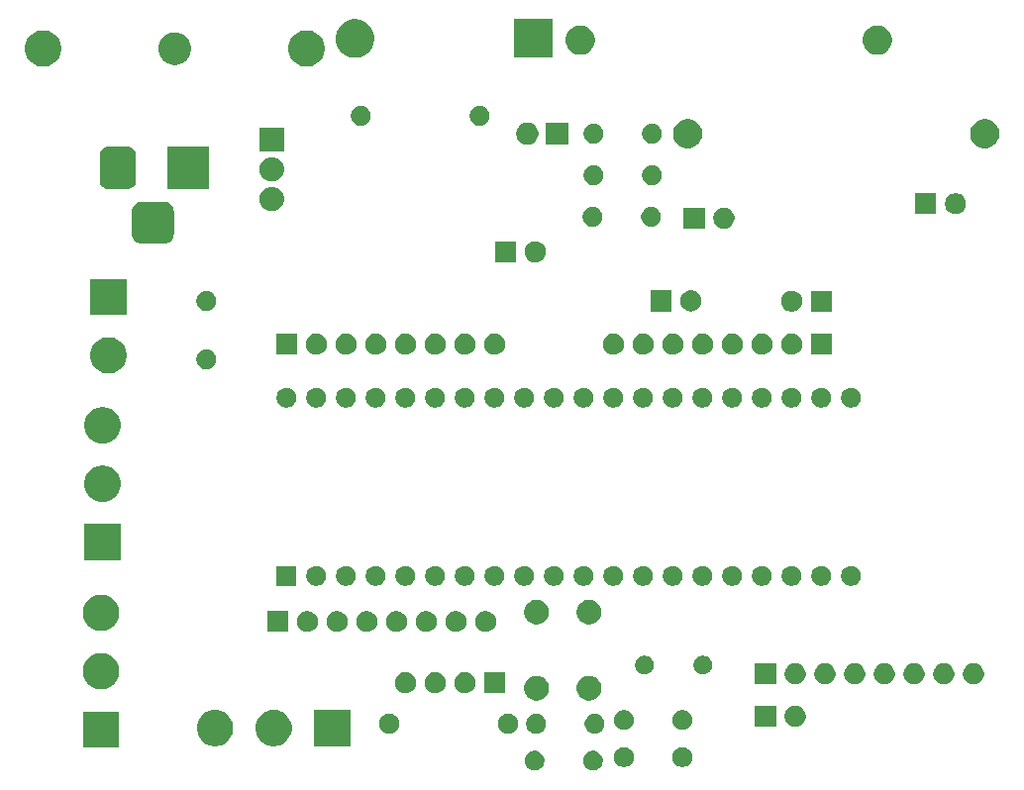
<source format=gts>
G04 #@! TF.GenerationSoftware,KiCad,Pcbnew,(5.1.5)-3*
G04 #@! TF.CreationDate,2020-06-25T00:50:39+02:00*
G04 #@! TF.ProjectId,Distr_PCB,44697374-725f-4504-9342-2e6b69636164,rev?*
G04 #@! TF.SameCoordinates,Original*
G04 #@! TF.FileFunction,Soldermask,Top*
G04 #@! TF.FilePolarity,Negative*
%FSLAX46Y46*%
G04 Gerber Fmt 4.6, Leading zero omitted, Abs format (unit mm)*
G04 Created by KiCad (PCBNEW (5.1.5)-3) date 2020-06-25 00:50:39*
%MOMM*%
%LPD*%
G04 APERTURE LIST*
%ADD10C,0.100000*%
G04 APERTURE END LIST*
D10*
G36*
X168893228Y-118986703D02*
G01*
X169048100Y-119050853D01*
X169187481Y-119143985D01*
X169306015Y-119262519D01*
X169399147Y-119401900D01*
X169463297Y-119556772D01*
X169496000Y-119721184D01*
X169496000Y-119888816D01*
X169463297Y-120053228D01*
X169399147Y-120208100D01*
X169306015Y-120347481D01*
X169187481Y-120466015D01*
X169048100Y-120559147D01*
X168893228Y-120623297D01*
X168728816Y-120656000D01*
X168561184Y-120656000D01*
X168396772Y-120623297D01*
X168241900Y-120559147D01*
X168102519Y-120466015D01*
X167983985Y-120347481D01*
X167890853Y-120208100D01*
X167826703Y-120053228D01*
X167794000Y-119888816D01*
X167794000Y-119721184D01*
X167826703Y-119556772D01*
X167890853Y-119401900D01*
X167983985Y-119262519D01*
X168102519Y-119143985D01*
X168241900Y-119050853D01*
X168396772Y-118986703D01*
X168561184Y-118954000D01*
X168728816Y-118954000D01*
X168893228Y-118986703D01*
G37*
G36*
X163893228Y-118986703D02*
G01*
X164048100Y-119050853D01*
X164187481Y-119143985D01*
X164306015Y-119262519D01*
X164399147Y-119401900D01*
X164463297Y-119556772D01*
X164496000Y-119721184D01*
X164496000Y-119888816D01*
X164463297Y-120053228D01*
X164399147Y-120208100D01*
X164306015Y-120347481D01*
X164187481Y-120466015D01*
X164048100Y-120559147D01*
X163893228Y-120623297D01*
X163728816Y-120656000D01*
X163561184Y-120656000D01*
X163396772Y-120623297D01*
X163241900Y-120559147D01*
X163102519Y-120466015D01*
X162983985Y-120347481D01*
X162890853Y-120208100D01*
X162826703Y-120053228D01*
X162794000Y-119888816D01*
X162794000Y-119721184D01*
X162826703Y-119556772D01*
X162890853Y-119401900D01*
X162983985Y-119262519D01*
X163102519Y-119143985D01*
X163241900Y-119050853D01*
X163396772Y-118986703D01*
X163561184Y-118954000D01*
X163728816Y-118954000D01*
X163893228Y-118986703D01*
G37*
G36*
X176543228Y-118686703D02*
G01*
X176698100Y-118750853D01*
X176837481Y-118843985D01*
X176956015Y-118962519D01*
X177049147Y-119101900D01*
X177113297Y-119256772D01*
X177146000Y-119421184D01*
X177146000Y-119588816D01*
X177113297Y-119753228D01*
X177049147Y-119908100D01*
X176956015Y-120047481D01*
X176837481Y-120166015D01*
X176698100Y-120259147D01*
X176543228Y-120323297D01*
X176378816Y-120356000D01*
X176211184Y-120356000D01*
X176046772Y-120323297D01*
X175891900Y-120259147D01*
X175752519Y-120166015D01*
X175633985Y-120047481D01*
X175540853Y-119908100D01*
X175476703Y-119753228D01*
X175444000Y-119588816D01*
X175444000Y-119421184D01*
X175476703Y-119256772D01*
X175540853Y-119101900D01*
X175633985Y-118962519D01*
X175752519Y-118843985D01*
X175891900Y-118750853D01*
X176046772Y-118686703D01*
X176211184Y-118654000D01*
X176378816Y-118654000D01*
X176543228Y-118686703D01*
G37*
G36*
X171543228Y-118686703D02*
G01*
X171698100Y-118750853D01*
X171837481Y-118843985D01*
X171956015Y-118962519D01*
X172049147Y-119101900D01*
X172113297Y-119256772D01*
X172146000Y-119421184D01*
X172146000Y-119588816D01*
X172113297Y-119753228D01*
X172049147Y-119908100D01*
X171956015Y-120047481D01*
X171837481Y-120166015D01*
X171698100Y-120259147D01*
X171543228Y-120323297D01*
X171378816Y-120356000D01*
X171211184Y-120356000D01*
X171046772Y-120323297D01*
X170891900Y-120259147D01*
X170752519Y-120166015D01*
X170633985Y-120047481D01*
X170540853Y-119908100D01*
X170476703Y-119753228D01*
X170444000Y-119588816D01*
X170444000Y-119421184D01*
X170476703Y-119256772D01*
X170540853Y-119101900D01*
X170633985Y-118962519D01*
X170752519Y-118843985D01*
X170891900Y-118750853D01*
X171046772Y-118686703D01*
X171211184Y-118654000D01*
X171378816Y-118654000D01*
X171543228Y-118686703D01*
G37*
G36*
X128146000Y-118706000D02*
G01*
X125044000Y-118706000D01*
X125044000Y-115604000D01*
X128146000Y-115604000D01*
X128146000Y-118706000D01*
G37*
G36*
X136623444Y-115479000D02*
G01*
X136797410Y-115513604D01*
X137079674Y-115630521D01*
X137333705Y-115800259D01*
X137549741Y-116016295D01*
X137719479Y-116270326D01*
X137836396Y-116552590D01*
X137896000Y-116852240D01*
X137896000Y-117157760D01*
X137836396Y-117457410D01*
X137719479Y-117739674D01*
X137549741Y-117993705D01*
X137333705Y-118209741D01*
X137079674Y-118379479D01*
X136797410Y-118496396D01*
X136647585Y-118526198D01*
X136497761Y-118556000D01*
X136192239Y-118556000D01*
X136042415Y-118526198D01*
X135892590Y-118496396D01*
X135610326Y-118379479D01*
X135356295Y-118209741D01*
X135140259Y-117993705D01*
X134970521Y-117739674D01*
X134853604Y-117457410D01*
X134794000Y-117157760D01*
X134794000Y-116852240D01*
X134853604Y-116552590D01*
X134970521Y-116270326D01*
X135140259Y-116016295D01*
X135356295Y-115800259D01*
X135610326Y-115630521D01*
X135892590Y-115513604D01*
X136066556Y-115479000D01*
X136192239Y-115454000D01*
X136497761Y-115454000D01*
X136623444Y-115479000D01*
G37*
G36*
X141623444Y-115479000D02*
G01*
X141797410Y-115513604D01*
X142079674Y-115630521D01*
X142333705Y-115800259D01*
X142549741Y-116016295D01*
X142719479Y-116270326D01*
X142836396Y-116552590D01*
X142896000Y-116852240D01*
X142896000Y-117157760D01*
X142836396Y-117457410D01*
X142719479Y-117739674D01*
X142549741Y-117993705D01*
X142333705Y-118209741D01*
X142079674Y-118379479D01*
X141797410Y-118496396D01*
X141647585Y-118526198D01*
X141497761Y-118556000D01*
X141192239Y-118556000D01*
X141042415Y-118526198D01*
X140892590Y-118496396D01*
X140610326Y-118379479D01*
X140356295Y-118209741D01*
X140140259Y-117993705D01*
X139970521Y-117739674D01*
X139853604Y-117457410D01*
X139794000Y-117157760D01*
X139794000Y-116852240D01*
X139853604Y-116552590D01*
X139970521Y-116270326D01*
X140140259Y-116016295D01*
X140356295Y-115800259D01*
X140610326Y-115630521D01*
X140892590Y-115513604D01*
X141066556Y-115479000D01*
X141192239Y-115454000D01*
X141497761Y-115454000D01*
X141623444Y-115479000D01*
G37*
G36*
X147896000Y-118556000D02*
G01*
X144794000Y-118556000D01*
X144794000Y-115454000D01*
X147896000Y-115454000D01*
X147896000Y-118556000D01*
G37*
G36*
X169043228Y-115836703D02*
G01*
X169198100Y-115900853D01*
X169337481Y-115993985D01*
X169456015Y-116112519D01*
X169549147Y-116251900D01*
X169613297Y-116406772D01*
X169646000Y-116571184D01*
X169646000Y-116738816D01*
X169613297Y-116903228D01*
X169549147Y-117058100D01*
X169456015Y-117197481D01*
X169337481Y-117316015D01*
X169198100Y-117409147D01*
X169043228Y-117473297D01*
X168878816Y-117506000D01*
X168711184Y-117506000D01*
X168546772Y-117473297D01*
X168391900Y-117409147D01*
X168252519Y-117316015D01*
X168133985Y-117197481D01*
X168040853Y-117058100D01*
X167976703Y-116903228D01*
X167944000Y-116738816D01*
X167944000Y-116571184D01*
X167976703Y-116406772D01*
X168040853Y-116251900D01*
X168133985Y-116112519D01*
X168252519Y-115993985D01*
X168391900Y-115900853D01*
X168546772Y-115836703D01*
X168711184Y-115804000D01*
X168878816Y-115804000D01*
X169043228Y-115836703D01*
G37*
G36*
X164043228Y-115836703D02*
G01*
X164198100Y-115900853D01*
X164337481Y-115993985D01*
X164456015Y-116112519D01*
X164549147Y-116251900D01*
X164613297Y-116406772D01*
X164646000Y-116571184D01*
X164646000Y-116738816D01*
X164613297Y-116903228D01*
X164549147Y-117058100D01*
X164456015Y-117197481D01*
X164337481Y-117316015D01*
X164198100Y-117409147D01*
X164043228Y-117473297D01*
X163878816Y-117506000D01*
X163711184Y-117506000D01*
X163546772Y-117473297D01*
X163391900Y-117409147D01*
X163252519Y-117316015D01*
X163133985Y-117197481D01*
X163040853Y-117058100D01*
X162976703Y-116903228D01*
X162944000Y-116738816D01*
X162944000Y-116571184D01*
X162976703Y-116406772D01*
X163040853Y-116251900D01*
X163133985Y-116112519D01*
X163252519Y-115993985D01*
X163391900Y-115900853D01*
X163546772Y-115836703D01*
X163711184Y-115804000D01*
X163878816Y-115804000D01*
X164043228Y-115836703D01*
G37*
G36*
X151483228Y-115811703D02*
G01*
X151638100Y-115875853D01*
X151777481Y-115968985D01*
X151896015Y-116087519D01*
X151989147Y-116226900D01*
X152053297Y-116381772D01*
X152086000Y-116546184D01*
X152086000Y-116713816D01*
X152053297Y-116878228D01*
X151989147Y-117033100D01*
X151896015Y-117172481D01*
X151777481Y-117291015D01*
X151638100Y-117384147D01*
X151483228Y-117448297D01*
X151318816Y-117481000D01*
X151151184Y-117481000D01*
X150986772Y-117448297D01*
X150831900Y-117384147D01*
X150692519Y-117291015D01*
X150573985Y-117172481D01*
X150480853Y-117033100D01*
X150416703Y-116878228D01*
X150384000Y-116713816D01*
X150384000Y-116546184D01*
X150416703Y-116381772D01*
X150480853Y-116226900D01*
X150573985Y-116087519D01*
X150692519Y-115968985D01*
X150831900Y-115875853D01*
X150986772Y-115811703D01*
X151151184Y-115779000D01*
X151318816Y-115779000D01*
X151483228Y-115811703D01*
G37*
G36*
X161643228Y-115811703D02*
G01*
X161798100Y-115875853D01*
X161937481Y-115968985D01*
X162056015Y-116087519D01*
X162149147Y-116226900D01*
X162213297Y-116381772D01*
X162246000Y-116546184D01*
X162246000Y-116713816D01*
X162213297Y-116878228D01*
X162149147Y-117033100D01*
X162056015Y-117172481D01*
X161937481Y-117291015D01*
X161798100Y-117384147D01*
X161643228Y-117448297D01*
X161478816Y-117481000D01*
X161311184Y-117481000D01*
X161146772Y-117448297D01*
X160991900Y-117384147D01*
X160852519Y-117291015D01*
X160733985Y-117172481D01*
X160640853Y-117033100D01*
X160576703Y-116878228D01*
X160544000Y-116713816D01*
X160544000Y-116546184D01*
X160576703Y-116381772D01*
X160640853Y-116226900D01*
X160733985Y-116087519D01*
X160852519Y-115968985D01*
X160991900Y-115875853D01*
X161146772Y-115811703D01*
X161311184Y-115779000D01*
X161478816Y-115779000D01*
X161643228Y-115811703D01*
G37*
G36*
X176543228Y-115511703D02*
G01*
X176698100Y-115575853D01*
X176837481Y-115668985D01*
X176956015Y-115787519D01*
X177049147Y-115926900D01*
X177113297Y-116081772D01*
X177146000Y-116246184D01*
X177146000Y-116413816D01*
X177113297Y-116578228D01*
X177049147Y-116733100D01*
X176956015Y-116872481D01*
X176837481Y-116991015D01*
X176698100Y-117084147D01*
X176543228Y-117148297D01*
X176378816Y-117181000D01*
X176211184Y-117181000D01*
X176046772Y-117148297D01*
X175891900Y-117084147D01*
X175752519Y-116991015D01*
X175633985Y-116872481D01*
X175540853Y-116733100D01*
X175476703Y-116578228D01*
X175444000Y-116413816D01*
X175444000Y-116246184D01*
X175476703Y-116081772D01*
X175540853Y-115926900D01*
X175633985Y-115787519D01*
X175752519Y-115668985D01*
X175891900Y-115575853D01*
X176046772Y-115511703D01*
X176211184Y-115479000D01*
X176378816Y-115479000D01*
X176543228Y-115511703D01*
G37*
G36*
X171543228Y-115511703D02*
G01*
X171698100Y-115575853D01*
X171837481Y-115668985D01*
X171956015Y-115787519D01*
X172049147Y-115926900D01*
X172113297Y-116081772D01*
X172146000Y-116246184D01*
X172146000Y-116413816D01*
X172113297Y-116578228D01*
X172049147Y-116733100D01*
X171956015Y-116872481D01*
X171837481Y-116991015D01*
X171698100Y-117084147D01*
X171543228Y-117148297D01*
X171378816Y-117181000D01*
X171211184Y-117181000D01*
X171046772Y-117148297D01*
X170891900Y-117084147D01*
X170752519Y-116991015D01*
X170633985Y-116872481D01*
X170540853Y-116733100D01*
X170476703Y-116578228D01*
X170444000Y-116413816D01*
X170444000Y-116246184D01*
X170476703Y-116081772D01*
X170540853Y-115926900D01*
X170633985Y-115787519D01*
X170752519Y-115668985D01*
X170891900Y-115575853D01*
X171046772Y-115511703D01*
X171211184Y-115479000D01*
X171378816Y-115479000D01*
X171543228Y-115511703D01*
G37*
G36*
X184296000Y-116906000D02*
G01*
X182494000Y-116906000D01*
X182494000Y-115104000D01*
X184296000Y-115104000D01*
X184296000Y-116906000D01*
G37*
G36*
X186048512Y-115108927D02*
G01*
X186197812Y-115138624D01*
X186361784Y-115206544D01*
X186509354Y-115305147D01*
X186634853Y-115430646D01*
X186733456Y-115578216D01*
X186801376Y-115742188D01*
X186820176Y-115836705D01*
X186832936Y-115900852D01*
X186836000Y-115916259D01*
X186836000Y-116093741D01*
X186801376Y-116267812D01*
X186733456Y-116431784D01*
X186634853Y-116579354D01*
X186509354Y-116704853D01*
X186361784Y-116803456D01*
X186197812Y-116871376D01*
X186048512Y-116901073D01*
X186023742Y-116906000D01*
X185846258Y-116906000D01*
X185821488Y-116901073D01*
X185672188Y-116871376D01*
X185508216Y-116803456D01*
X185360646Y-116704853D01*
X185235147Y-116579354D01*
X185136544Y-116431784D01*
X185068624Y-116267812D01*
X185034000Y-116093741D01*
X185034000Y-115916259D01*
X185037065Y-115900852D01*
X185049824Y-115836705D01*
X185068624Y-115742188D01*
X185136544Y-115578216D01*
X185235147Y-115430646D01*
X185360646Y-115305147D01*
X185508216Y-115206544D01*
X185672188Y-115138624D01*
X185821488Y-115108927D01*
X185846258Y-115104000D01*
X186023742Y-115104000D01*
X186048512Y-115108927D01*
G37*
G36*
X164126564Y-112594389D02*
G01*
X164317833Y-112673615D01*
X164317835Y-112673616D01*
X164489973Y-112788635D01*
X164636365Y-112935027D01*
X164733135Y-113079853D01*
X164751385Y-113107167D01*
X164830611Y-113298436D01*
X164871000Y-113501484D01*
X164871000Y-113708516D01*
X164830611Y-113911564D01*
X164775340Y-114045000D01*
X164751384Y-114102835D01*
X164636365Y-114274973D01*
X164489973Y-114421365D01*
X164317835Y-114536384D01*
X164317834Y-114536385D01*
X164317833Y-114536385D01*
X164126564Y-114615611D01*
X163923516Y-114656000D01*
X163716484Y-114656000D01*
X163513436Y-114615611D01*
X163322167Y-114536385D01*
X163322166Y-114536385D01*
X163322165Y-114536384D01*
X163150027Y-114421365D01*
X163003635Y-114274973D01*
X162888616Y-114102835D01*
X162864660Y-114045000D01*
X162809389Y-113911564D01*
X162769000Y-113708516D01*
X162769000Y-113501484D01*
X162809389Y-113298436D01*
X162888615Y-113107167D01*
X162906866Y-113079853D01*
X163003635Y-112935027D01*
X163150027Y-112788635D01*
X163322165Y-112673616D01*
X163322167Y-112673615D01*
X163513436Y-112594389D01*
X163716484Y-112554000D01*
X163923516Y-112554000D01*
X164126564Y-112594389D01*
G37*
G36*
X168626564Y-112594389D02*
G01*
X168817833Y-112673615D01*
X168817835Y-112673616D01*
X168989973Y-112788635D01*
X169136365Y-112935027D01*
X169233135Y-113079853D01*
X169251385Y-113107167D01*
X169330611Y-113298436D01*
X169371000Y-113501484D01*
X169371000Y-113708516D01*
X169330611Y-113911564D01*
X169275340Y-114045000D01*
X169251384Y-114102835D01*
X169136365Y-114274973D01*
X168989973Y-114421365D01*
X168817835Y-114536384D01*
X168817834Y-114536385D01*
X168817833Y-114536385D01*
X168626564Y-114615611D01*
X168423516Y-114656000D01*
X168216484Y-114656000D01*
X168013436Y-114615611D01*
X167822167Y-114536385D01*
X167822166Y-114536385D01*
X167822165Y-114536384D01*
X167650027Y-114421365D01*
X167503635Y-114274973D01*
X167388616Y-114102835D01*
X167364660Y-114045000D01*
X167309389Y-113911564D01*
X167269000Y-113708516D01*
X167269000Y-113501484D01*
X167309389Y-113298436D01*
X167388615Y-113107167D01*
X167406866Y-113079853D01*
X167503635Y-112935027D01*
X167650027Y-112788635D01*
X167822165Y-112673616D01*
X167822167Y-112673615D01*
X168013436Y-112594389D01*
X168216484Y-112554000D01*
X168423516Y-112554000D01*
X168626564Y-112594389D01*
G37*
G36*
X161132000Y-114045000D02*
G01*
X159330000Y-114045000D01*
X159330000Y-112243000D01*
X161132000Y-112243000D01*
X161132000Y-114045000D01*
G37*
G36*
X152724512Y-112247927D02*
G01*
X152873812Y-112277624D01*
X153037784Y-112345544D01*
X153185354Y-112444147D01*
X153310853Y-112569646D01*
X153409456Y-112717216D01*
X153477376Y-112881188D01*
X153512000Y-113055259D01*
X153512000Y-113232741D01*
X153477376Y-113406812D01*
X153409456Y-113570784D01*
X153310853Y-113718354D01*
X153185354Y-113843853D01*
X153037784Y-113942456D01*
X152873812Y-114010376D01*
X152724512Y-114040073D01*
X152699742Y-114045000D01*
X152522258Y-114045000D01*
X152497488Y-114040073D01*
X152348188Y-114010376D01*
X152184216Y-113942456D01*
X152036646Y-113843853D01*
X151911147Y-113718354D01*
X151812544Y-113570784D01*
X151744624Y-113406812D01*
X151710000Y-113232741D01*
X151710000Y-113055259D01*
X151744624Y-112881188D01*
X151812544Y-112717216D01*
X151911147Y-112569646D01*
X152036646Y-112444147D01*
X152184216Y-112345544D01*
X152348188Y-112277624D01*
X152497488Y-112247927D01*
X152522258Y-112243000D01*
X152699742Y-112243000D01*
X152724512Y-112247927D01*
G37*
G36*
X157804512Y-112247927D02*
G01*
X157953812Y-112277624D01*
X158117784Y-112345544D01*
X158265354Y-112444147D01*
X158390853Y-112569646D01*
X158489456Y-112717216D01*
X158557376Y-112881188D01*
X158592000Y-113055259D01*
X158592000Y-113232741D01*
X158557376Y-113406812D01*
X158489456Y-113570784D01*
X158390853Y-113718354D01*
X158265354Y-113843853D01*
X158117784Y-113942456D01*
X157953812Y-114010376D01*
X157804512Y-114040073D01*
X157779742Y-114045000D01*
X157602258Y-114045000D01*
X157577488Y-114040073D01*
X157428188Y-114010376D01*
X157264216Y-113942456D01*
X157116646Y-113843853D01*
X156991147Y-113718354D01*
X156892544Y-113570784D01*
X156824624Y-113406812D01*
X156790000Y-113232741D01*
X156790000Y-113055259D01*
X156824624Y-112881188D01*
X156892544Y-112717216D01*
X156991147Y-112569646D01*
X157116646Y-112444147D01*
X157264216Y-112345544D01*
X157428188Y-112277624D01*
X157577488Y-112247927D01*
X157602258Y-112243000D01*
X157779742Y-112243000D01*
X157804512Y-112247927D01*
G37*
G36*
X155264512Y-112247927D02*
G01*
X155413812Y-112277624D01*
X155577784Y-112345544D01*
X155725354Y-112444147D01*
X155850853Y-112569646D01*
X155949456Y-112717216D01*
X156017376Y-112881188D01*
X156052000Y-113055259D01*
X156052000Y-113232741D01*
X156017376Y-113406812D01*
X155949456Y-113570784D01*
X155850853Y-113718354D01*
X155725354Y-113843853D01*
X155577784Y-113942456D01*
X155413812Y-114010376D01*
X155264512Y-114040073D01*
X155239742Y-114045000D01*
X155062258Y-114045000D01*
X155037488Y-114040073D01*
X154888188Y-114010376D01*
X154724216Y-113942456D01*
X154576646Y-113843853D01*
X154451147Y-113718354D01*
X154352544Y-113570784D01*
X154284624Y-113406812D01*
X154250000Y-113232741D01*
X154250000Y-113055259D01*
X154284624Y-112881188D01*
X154352544Y-112717216D01*
X154451147Y-112569646D01*
X154576646Y-112444147D01*
X154724216Y-112345544D01*
X154888188Y-112277624D01*
X155037488Y-112247927D01*
X155062258Y-112243000D01*
X155239742Y-112243000D01*
X155264512Y-112247927D01*
G37*
G36*
X126897585Y-110633802D02*
G01*
X127047410Y-110663604D01*
X127329674Y-110780521D01*
X127583705Y-110950259D01*
X127799741Y-111166295D01*
X127969479Y-111420326D01*
X128086396Y-111702590D01*
X128087650Y-111708893D01*
X128146000Y-112002239D01*
X128146000Y-112307761D01*
X128139619Y-112339838D01*
X128086396Y-112607410D01*
X127969479Y-112889674D01*
X127799741Y-113143705D01*
X127583705Y-113359741D01*
X127329674Y-113529479D01*
X127047410Y-113646396D01*
X126897585Y-113676198D01*
X126747761Y-113706000D01*
X126442239Y-113706000D01*
X126292415Y-113676198D01*
X126142590Y-113646396D01*
X125860326Y-113529479D01*
X125606295Y-113359741D01*
X125390259Y-113143705D01*
X125220521Y-112889674D01*
X125103604Y-112607410D01*
X125050381Y-112339838D01*
X125044000Y-112307761D01*
X125044000Y-112002239D01*
X125102350Y-111708893D01*
X125103604Y-111702590D01*
X125220521Y-111420326D01*
X125390259Y-111166295D01*
X125606295Y-110950259D01*
X125860326Y-110780521D01*
X126142590Y-110663604D01*
X126292415Y-110633802D01*
X126442239Y-110604000D01*
X126747761Y-110604000D01*
X126897585Y-110633802D01*
G37*
G36*
X191128512Y-111483927D02*
G01*
X191277812Y-111513624D01*
X191441784Y-111581544D01*
X191589354Y-111680147D01*
X191714853Y-111805646D01*
X191813456Y-111953216D01*
X191881376Y-112117188D01*
X191916000Y-112291259D01*
X191916000Y-112468741D01*
X191881376Y-112642812D01*
X191813456Y-112806784D01*
X191714853Y-112954354D01*
X191589354Y-113079853D01*
X191441784Y-113178456D01*
X191277812Y-113246376D01*
X191128512Y-113276073D01*
X191103742Y-113281000D01*
X190926258Y-113281000D01*
X190901488Y-113276073D01*
X190752188Y-113246376D01*
X190588216Y-113178456D01*
X190440646Y-113079853D01*
X190315147Y-112954354D01*
X190216544Y-112806784D01*
X190148624Y-112642812D01*
X190114000Y-112468741D01*
X190114000Y-112291259D01*
X190148624Y-112117188D01*
X190216544Y-111953216D01*
X190315147Y-111805646D01*
X190440646Y-111680147D01*
X190588216Y-111581544D01*
X190752188Y-111513624D01*
X190901488Y-111483927D01*
X190926258Y-111479000D01*
X191103742Y-111479000D01*
X191128512Y-111483927D01*
G37*
G36*
X196208512Y-111483927D02*
G01*
X196357812Y-111513624D01*
X196521784Y-111581544D01*
X196669354Y-111680147D01*
X196794853Y-111805646D01*
X196893456Y-111953216D01*
X196961376Y-112117188D01*
X196996000Y-112291259D01*
X196996000Y-112468741D01*
X196961376Y-112642812D01*
X196893456Y-112806784D01*
X196794853Y-112954354D01*
X196669354Y-113079853D01*
X196521784Y-113178456D01*
X196357812Y-113246376D01*
X196208512Y-113276073D01*
X196183742Y-113281000D01*
X196006258Y-113281000D01*
X195981488Y-113276073D01*
X195832188Y-113246376D01*
X195668216Y-113178456D01*
X195520646Y-113079853D01*
X195395147Y-112954354D01*
X195296544Y-112806784D01*
X195228624Y-112642812D01*
X195194000Y-112468741D01*
X195194000Y-112291259D01*
X195228624Y-112117188D01*
X195296544Y-111953216D01*
X195395147Y-111805646D01*
X195520646Y-111680147D01*
X195668216Y-111581544D01*
X195832188Y-111513624D01*
X195981488Y-111483927D01*
X196006258Y-111479000D01*
X196183742Y-111479000D01*
X196208512Y-111483927D01*
G37*
G36*
X193668512Y-111483927D02*
G01*
X193817812Y-111513624D01*
X193981784Y-111581544D01*
X194129354Y-111680147D01*
X194254853Y-111805646D01*
X194353456Y-111953216D01*
X194421376Y-112117188D01*
X194456000Y-112291259D01*
X194456000Y-112468741D01*
X194421376Y-112642812D01*
X194353456Y-112806784D01*
X194254853Y-112954354D01*
X194129354Y-113079853D01*
X193981784Y-113178456D01*
X193817812Y-113246376D01*
X193668512Y-113276073D01*
X193643742Y-113281000D01*
X193466258Y-113281000D01*
X193441488Y-113276073D01*
X193292188Y-113246376D01*
X193128216Y-113178456D01*
X192980646Y-113079853D01*
X192855147Y-112954354D01*
X192756544Y-112806784D01*
X192688624Y-112642812D01*
X192654000Y-112468741D01*
X192654000Y-112291259D01*
X192688624Y-112117188D01*
X192756544Y-111953216D01*
X192855147Y-111805646D01*
X192980646Y-111680147D01*
X193128216Y-111581544D01*
X193292188Y-111513624D01*
X193441488Y-111483927D01*
X193466258Y-111479000D01*
X193643742Y-111479000D01*
X193668512Y-111483927D01*
G37*
G36*
X188588512Y-111483927D02*
G01*
X188737812Y-111513624D01*
X188901784Y-111581544D01*
X189049354Y-111680147D01*
X189174853Y-111805646D01*
X189273456Y-111953216D01*
X189341376Y-112117188D01*
X189376000Y-112291259D01*
X189376000Y-112468741D01*
X189341376Y-112642812D01*
X189273456Y-112806784D01*
X189174853Y-112954354D01*
X189049354Y-113079853D01*
X188901784Y-113178456D01*
X188737812Y-113246376D01*
X188588512Y-113276073D01*
X188563742Y-113281000D01*
X188386258Y-113281000D01*
X188361488Y-113276073D01*
X188212188Y-113246376D01*
X188048216Y-113178456D01*
X187900646Y-113079853D01*
X187775147Y-112954354D01*
X187676544Y-112806784D01*
X187608624Y-112642812D01*
X187574000Y-112468741D01*
X187574000Y-112291259D01*
X187608624Y-112117188D01*
X187676544Y-111953216D01*
X187775147Y-111805646D01*
X187900646Y-111680147D01*
X188048216Y-111581544D01*
X188212188Y-111513624D01*
X188361488Y-111483927D01*
X188386258Y-111479000D01*
X188563742Y-111479000D01*
X188588512Y-111483927D01*
G37*
G36*
X184296000Y-113281000D02*
G01*
X182494000Y-113281000D01*
X182494000Y-111479000D01*
X184296000Y-111479000D01*
X184296000Y-113281000D01*
G37*
G36*
X186048512Y-111483927D02*
G01*
X186197812Y-111513624D01*
X186361784Y-111581544D01*
X186509354Y-111680147D01*
X186634853Y-111805646D01*
X186733456Y-111953216D01*
X186801376Y-112117188D01*
X186836000Y-112291259D01*
X186836000Y-112468741D01*
X186801376Y-112642812D01*
X186733456Y-112806784D01*
X186634853Y-112954354D01*
X186509354Y-113079853D01*
X186361784Y-113178456D01*
X186197812Y-113246376D01*
X186048512Y-113276073D01*
X186023742Y-113281000D01*
X185846258Y-113281000D01*
X185821488Y-113276073D01*
X185672188Y-113246376D01*
X185508216Y-113178456D01*
X185360646Y-113079853D01*
X185235147Y-112954354D01*
X185136544Y-112806784D01*
X185068624Y-112642812D01*
X185034000Y-112468741D01*
X185034000Y-112291259D01*
X185068624Y-112117188D01*
X185136544Y-111953216D01*
X185235147Y-111805646D01*
X185360646Y-111680147D01*
X185508216Y-111581544D01*
X185672188Y-111513624D01*
X185821488Y-111483927D01*
X185846258Y-111479000D01*
X186023742Y-111479000D01*
X186048512Y-111483927D01*
G37*
G36*
X198748512Y-111483927D02*
G01*
X198897812Y-111513624D01*
X199061784Y-111581544D01*
X199209354Y-111680147D01*
X199334853Y-111805646D01*
X199433456Y-111953216D01*
X199501376Y-112117188D01*
X199536000Y-112291259D01*
X199536000Y-112468741D01*
X199501376Y-112642812D01*
X199433456Y-112806784D01*
X199334853Y-112954354D01*
X199209354Y-113079853D01*
X199061784Y-113178456D01*
X198897812Y-113246376D01*
X198748512Y-113276073D01*
X198723742Y-113281000D01*
X198546258Y-113281000D01*
X198521488Y-113276073D01*
X198372188Y-113246376D01*
X198208216Y-113178456D01*
X198060646Y-113079853D01*
X197935147Y-112954354D01*
X197836544Y-112806784D01*
X197768624Y-112642812D01*
X197734000Y-112468741D01*
X197734000Y-112291259D01*
X197768624Y-112117188D01*
X197836544Y-111953216D01*
X197935147Y-111805646D01*
X198060646Y-111680147D01*
X198208216Y-111581544D01*
X198372188Y-111513624D01*
X198521488Y-111483927D01*
X198546258Y-111479000D01*
X198723742Y-111479000D01*
X198748512Y-111483927D01*
G37*
G36*
X201288512Y-111483927D02*
G01*
X201437812Y-111513624D01*
X201601784Y-111581544D01*
X201749354Y-111680147D01*
X201874853Y-111805646D01*
X201973456Y-111953216D01*
X202041376Y-112117188D01*
X202076000Y-112291259D01*
X202076000Y-112468741D01*
X202041376Y-112642812D01*
X201973456Y-112806784D01*
X201874853Y-112954354D01*
X201749354Y-113079853D01*
X201601784Y-113178456D01*
X201437812Y-113246376D01*
X201288512Y-113276073D01*
X201263742Y-113281000D01*
X201086258Y-113281000D01*
X201061488Y-113276073D01*
X200912188Y-113246376D01*
X200748216Y-113178456D01*
X200600646Y-113079853D01*
X200475147Y-112954354D01*
X200376544Y-112806784D01*
X200308624Y-112642812D01*
X200274000Y-112468741D01*
X200274000Y-112291259D01*
X200308624Y-112117188D01*
X200376544Y-111953216D01*
X200475147Y-111805646D01*
X200600646Y-111680147D01*
X200748216Y-111581544D01*
X200912188Y-111513624D01*
X201061488Y-111483927D01*
X201086258Y-111479000D01*
X201263742Y-111479000D01*
X201288512Y-111483927D01*
G37*
G36*
X173278642Y-110859781D02*
G01*
X173424414Y-110920162D01*
X173424416Y-110920163D01*
X173555608Y-111007822D01*
X173667178Y-111119392D01*
X173754837Y-111250584D01*
X173754838Y-111250586D01*
X173815219Y-111396358D01*
X173846000Y-111551107D01*
X173846000Y-111708893D01*
X173815219Y-111863642D01*
X173754838Y-112009414D01*
X173754837Y-112009416D01*
X173667178Y-112140608D01*
X173555608Y-112252178D01*
X173424416Y-112339837D01*
X173424415Y-112339838D01*
X173424414Y-112339838D01*
X173278642Y-112400219D01*
X173123893Y-112431000D01*
X172966107Y-112431000D01*
X172811358Y-112400219D01*
X172665586Y-112339838D01*
X172665585Y-112339838D01*
X172665584Y-112339837D01*
X172534392Y-112252178D01*
X172422822Y-112140608D01*
X172335163Y-112009416D01*
X172335162Y-112009414D01*
X172274781Y-111863642D01*
X172244000Y-111708893D01*
X172244000Y-111551107D01*
X172274781Y-111396358D01*
X172335162Y-111250586D01*
X172335163Y-111250584D01*
X172422822Y-111119392D01*
X172534392Y-111007822D01*
X172665584Y-110920163D01*
X172665586Y-110920162D01*
X172811358Y-110859781D01*
X172966107Y-110829000D01*
X173123893Y-110829000D01*
X173278642Y-110859781D01*
G37*
G36*
X178278642Y-110859781D02*
G01*
X178424414Y-110920162D01*
X178424416Y-110920163D01*
X178555608Y-111007822D01*
X178667178Y-111119392D01*
X178754837Y-111250584D01*
X178754838Y-111250586D01*
X178815219Y-111396358D01*
X178846000Y-111551107D01*
X178846000Y-111708893D01*
X178815219Y-111863642D01*
X178754838Y-112009414D01*
X178754837Y-112009416D01*
X178667178Y-112140608D01*
X178555608Y-112252178D01*
X178424416Y-112339837D01*
X178424415Y-112339838D01*
X178424414Y-112339838D01*
X178278642Y-112400219D01*
X178123893Y-112431000D01*
X177966107Y-112431000D01*
X177811358Y-112400219D01*
X177665586Y-112339838D01*
X177665585Y-112339838D01*
X177665584Y-112339837D01*
X177534392Y-112252178D01*
X177422822Y-112140608D01*
X177335163Y-112009416D01*
X177335162Y-112009414D01*
X177274781Y-111863642D01*
X177244000Y-111708893D01*
X177244000Y-111551107D01*
X177274781Y-111396358D01*
X177335162Y-111250586D01*
X177335163Y-111250584D01*
X177422822Y-111119392D01*
X177534392Y-111007822D01*
X177665584Y-110920163D01*
X177665586Y-110920162D01*
X177811358Y-110859781D01*
X177966107Y-110829000D01*
X178123893Y-110829000D01*
X178278642Y-110859781D01*
G37*
G36*
X149428512Y-107008927D02*
G01*
X149577812Y-107038624D01*
X149741784Y-107106544D01*
X149889354Y-107205147D01*
X150014853Y-107330646D01*
X150113456Y-107478216D01*
X150181376Y-107642188D01*
X150216000Y-107816259D01*
X150216000Y-107993741D01*
X150181376Y-108167812D01*
X150113456Y-108331784D01*
X150014853Y-108479354D01*
X149889354Y-108604853D01*
X149741784Y-108703456D01*
X149577812Y-108771376D01*
X149428512Y-108801073D01*
X149403742Y-108806000D01*
X149226258Y-108806000D01*
X149201488Y-108801073D01*
X149052188Y-108771376D01*
X148888216Y-108703456D01*
X148740646Y-108604853D01*
X148615147Y-108479354D01*
X148516544Y-108331784D01*
X148448624Y-108167812D01*
X148414000Y-107993741D01*
X148414000Y-107816259D01*
X148448624Y-107642188D01*
X148516544Y-107478216D01*
X148615147Y-107330646D01*
X148740646Y-107205147D01*
X148888216Y-107106544D01*
X149052188Y-107038624D01*
X149201488Y-107008927D01*
X149226258Y-107004000D01*
X149403742Y-107004000D01*
X149428512Y-107008927D01*
G37*
G36*
X144348512Y-107008927D02*
G01*
X144497812Y-107038624D01*
X144661784Y-107106544D01*
X144809354Y-107205147D01*
X144934853Y-107330646D01*
X145033456Y-107478216D01*
X145101376Y-107642188D01*
X145136000Y-107816259D01*
X145136000Y-107993741D01*
X145101376Y-108167812D01*
X145033456Y-108331784D01*
X144934853Y-108479354D01*
X144809354Y-108604853D01*
X144661784Y-108703456D01*
X144497812Y-108771376D01*
X144348512Y-108801073D01*
X144323742Y-108806000D01*
X144146258Y-108806000D01*
X144121488Y-108801073D01*
X143972188Y-108771376D01*
X143808216Y-108703456D01*
X143660646Y-108604853D01*
X143535147Y-108479354D01*
X143436544Y-108331784D01*
X143368624Y-108167812D01*
X143334000Y-107993741D01*
X143334000Y-107816259D01*
X143368624Y-107642188D01*
X143436544Y-107478216D01*
X143535147Y-107330646D01*
X143660646Y-107205147D01*
X143808216Y-107106544D01*
X143972188Y-107038624D01*
X144121488Y-107008927D01*
X144146258Y-107004000D01*
X144323742Y-107004000D01*
X144348512Y-107008927D01*
G37*
G36*
X146888512Y-107008927D02*
G01*
X147037812Y-107038624D01*
X147201784Y-107106544D01*
X147349354Y-107205147D01*
X147474853Y-107330646D01*
X147573456Y-107478216D01*
X147641376Y-107642188D01*
X147676000Y-107816259D01*
X147676000Y-107993741D01*
X147641376Y-108167812D01*
X147573456Y-108331784D01*
X147474853Y-108479354D01*
X147349354Y-108604853D01*
X147201784Y-108703456D01*
X147037812Y-108771376D01*
X146888512Y-108801073D01*
X146863742Y-108806000D01*
X146686258Y-108806000D01*
X146661488Y-108801073D01*
X146512188Y-108771376D01*
X146348216Y-108703456D01*
X146200646Y-108604853D01*
X146075147Y-108479354D01*
X145976544Y-108331784D01*
X145908624Y-108167812D01*
X145874000Y-107993741D01*
X145874000Y-107816259D01*
X145908624Y-107642188D01*
X145976544Y-107478216D01*
X146075147Y-107330646D01*
X146200646Y-107205147D01*
X146348216Y-107106544D01*
X146512188Y-107038624D01*
X146661488Y-107008927D01*
X146686258Y-107004000D01*
X146863742Y-107004000D01*
X146888512Y-107008927D01*
G37*
G36*
X157048512Y-107008927D02*
G01*
X157197812Y-107038624D01*
X157361784Y-107106544D01*
X157509354Y-107205147D01*
X157634853Y-107330646D01*
X157733456Y-107478216D01*
X157801376Y-107642188D01*
X157836000Y-107816259D01*
X157836000Y-107993741D01*
X157801376Y-108167812D01*
X157733456Y-108331784D01*
X157634853Y-108479354D01*
X157509354Y-108604853D01*
X157361784Y-108703456D01*
X157197812Y-108771376D01*
X157048512Y-108801073D01*
X157023742Y-108806000D01*
X156846258Y-108806000D01*
X156821488Y-108801073D01*
X156672188Y-108771376D01*
X156508216Y-108703456D01*
X156360646Y-108604853D01*
X156235147Y-108479354D01*
X156136544Y-108331784D01*
X156068624Y-108167812D01*
X156034000Y-107993741D01*
X156034000Y-107816259D01*
X156068624Y-107642188D01*
X156136544Y-107478216D01*
X156235147Y-107330646D01*
X156360646Y-107205147D01*
X156508216Y-107106544D01*
X156672188Y-107038624D01*
X156821488Y-107008927D01*
X156846258Y-107004000D01*
X157023742Y-107004000D01*
X157048512Y-107008927D01*
G37*
G36*
X159588512Y-107008927D02*
G01*
X159737812Y-107038624D01*
X159901784Y-107106544D01*
X160049354Y-107205147D01*
X160174853Y-107330646D01*
X160273456Y-107478216D01*
X160341376Y-107642188D01*
X160376000Y-107816259D01*
X160376000Y-107993741D01*
X160341376Y-108167812D01*
X160273456Y-108331784D01*
X160174853Y-108479354D01*
X160049354Y-108604853D01*
X159901784Y-108703456D01*
X159737812Y-108771376D01*
X159588512Y-108801073D01*
X159563742Y-108806000D01*
X159386258Y-108806000D01*
X159361488Y-108801073D01*
X159212188Y-108771376D01*
X159048216Y-108703456D01*
X158900646Y-108604853D01*
X158775147Y-108479354D01*
X158676544Y-108331784D01*
X158608624Y-108167812D01*
X158574000Y-107993741D01*
X158574000Y-107816259D01*
X158608624Y-107642188D01*
X158676544Y-107478216D01*
X158775147Y-107330646D01*
X158900646Y-107205147D01*
X159048216Y-107106544D01*
X159212188Y-107038624D01*
X159361488Y-107008927D01*
X159386258Y-107004000D01*
X159563742Y-107004000D01*
X159588512Y-107008927D01*
G37*
G36*
X142596000Y-108806000D02*
G01*
X140794000Y-108806000D01*
X140794000Y-107004000D01*
X142596000Y-107004000D01*
X142596000Y-108806000D01*
G37*
G36*
X154508512Y-107008927D02*
G01*
X154657812Y-107038624D01*
X154821784Y-107106544D01*
X154969354Y-107205147D01*
X155094853Y-107330646D01*
X155193456Y-107478216D01*
X155261376Y-107642188D01*
X155296000Y-107816259D01*
X155296000Y-107993741D01*
X155261376Y-108167812D01*
X155193456Y-108331784D01*
X155094853Y-108479354D01*
X154969354Y-108604853D01*
X154821784Y-108703456D01*
X154657812Y-108771376D01*
X154508512Y-108801073D01*
X154483742Y-108806000D01*
X154306258Y-108806000D01*
X154281488Y-108801073D01*
X154132188Y-108771376D01*
X153968216Y-108703456D01*
X153820646Y-108604853D01*
X153695147Y-108479354D01*
X153596544Y-108331784D01*
X153528624Y-108167812D01*
X153494000Y-107993741D01*
X153494000Y-107816259D01*
X153528624Y-107642188D01*
X153596544Y-107478216D01*
X153695147Y-107330646D01*
X153820646Y-107205147D01*
X153968216Y-107106544D01*
X154132188Y-107038624D01*
X154281488Y-107008927D01*
X154306258Y-107004000D01*
X154483742Y-107004000D01*
X154508512Y-107008927D01*
G37*
G36*
X151968512Y-107008927D02*
G01*
X152117812Y-107038624D01*
X152281784Y-107106544D01*
X152429354Y-107205147D01*
X152554853Y-107330646D01*
X152653456Y-107478216D01*
X152721376Y-107642188D01*
X152756000Y-107816259D01*
X152756000Y-107993741D01*
X152721376Y-108167812D01*
X152653456Y-108331784D01*
X152554853Y-108479354D01*
X152429354Y-108604853D01*
X152281784Y-108703456D01*
X152117812Y-108771376D01*
X151968512Y-108801073D01*
X151943742Y-108806000D01*
X151766258Y-108806000D01*
X151741488Y-108801073D01*
X151592188Y-108771376D01*
X151428216Y-108703456D01*
X151280646Y-108604853D01*
X151155147Y-108479354D01*
X151056544Y-108331784D01*
X150988624Y-108167812D01*
X150954000Y-107993741D01*
X150954000Y-107816259D01*
X150988624Y-107642188D01*
X151056544Y-107478216D01*
X151155147Y-107330646D01*
X151280646Y-107205147D01*
X151428216Y-107106544D01*
X151592188Y-107038624D01*
X151741488Y-107008927D01*
X151766258Y-107004000D01*
X151943742Y-107004000D01*
X151968512Y-107008927D01*
G37*
G36*
X126897585Y-105633802D02*
G01*
X127047410Y-105663604D01*
X127329674Y-105780521D01*
X127583705Y-105950259D01*
X127799741Y-106166295D01*
X127969479Y-106420326D01*
X128086396Y-106702590D01*
X128086396Y-106702591D01*
X128146000Y-107002239D01*
X128146000Y-107307761D01*
X128125352Y-107411564D01*
X128086396Y-107607410D01*
X127969479Y-107889674D01*
X127799741Y-108143705D01*
X127583705Y-108359741D01*
X127329674Y-108529479D01*
X127047410Y-108646396D01*
X126897585Y-108676198D01*
X126747761Y-108706000D01*
X126442239Y-108706000D01*
X126292415Y-108676198D01*
X126142590Y-108646396D01*
X125860326Y-108529479D01*
X125606295Y-108359741D01*
X125390259Y-108143705D01*
X125220521Y-107889674D01*
X125103604Y-107607410D01*
X125064648Y-107411564D01*
X125044000Y-107307761D01*
X125044000Y-107002239D01*
X125103604Y-106702591D01*
X125103604Y-106702590D01*
X125220521Y-106420326D01*
X125390259Y-106166295D01*
X125606295Y-105950259D01*
X125860326Y-105780521D01*
X126142590Y-105663604D01*
X126292415Y-105633802D01*
X126442239Y-105604000D01*
X126747761Y-105604000D01*
X126897585Y-105633802D01*
G37*
G36*
X164126564Y-106094389D02*
G01*
X164300163Y-106166296D01*
X164317835Y-106173616D01*
X164489973Y-106288635D01*
X164636365Y-106435027D01*
X164751385Y-106607167D01*
X164830611Y-106798436D01*
X164871000Y-107001484D01*
X164871000Y-107208516D01*
X164830611Y-107411564D01*
X164803002Y-107478218D01*
X164751384Y-107602835D01*
X164636365Y-107774973D01*
X164489973Y-107921365D01*
X164317835Y-108036384D01*
X164317834Y-108036385D01*
X164317833Y-108036385D01*
X164126564Y-108115611D01*
X163923516Y-108156000D01*
X163716484Y-108156000D01*
X163513436Y-108115611D01*
X163322167Y-108036385D01*
X163322166Y-108036385D01*
X163322165Y-108036384D01*
X163150027Y-107921365D01*
X163003635Y-107774973D01*
X162888616Y-107602835D01*
X162836998Y-107478218D01*
X162809389Y-107411564D01*
X162769000Y-107208516D01*
X162769000Y-107001484D01*
X162809389Y-106798436D01*
X162888615Y-106607167D01*
X163003635Y-106435027D01*
X163150027Y-106288635D01*
X163322165Y-106173616D01*
X163339837Y-106166296D01*
X163513436Y-106094389D01*
X163716484Y-106054000D01*
X163923516Y-106054000D01*
X164126564Y-106094389D01*
G37*
G36*
X168626564Y-106094389D02*
G01*
X168800163Y-106166296D01*
X168817835Y-106173616D01*
X168989973Y-106288635D01*
X169136365Y-106435027D01*
X169251385Y-106607167D01*
X169330611Y-106798436D01*
X169371000Y-107001484D01*
X169371000Y-107208516D01*
X169330611Y-107411564D01*
X169303002Y-107478218D01*
X169251384Y-107602835D01*
X169136365Y-107774973D01*
X168989973Y-107921365D01*
X168817835Y-108036384D01*
X168817834Y-108036385D01*
X168817833Y-108036385D01*
X168626564Y-108115611D01*
X168423516Y-108156000D01*
X168216484Y-108156000D01*
X168013436Y-108115611D01*
X167822167Y-108036385D01*
X167822166Y-108036385D01*
X167822165Y-108036384D01*
X167650027Y-107921365D01*
X167503635Y-107774973D01*
X167388616Y-107602835D01*
X167336998Y-107478218D01*
X167309389Y-107411564D01*
X167269000Y-107208516D01*
X167269000Y-107001484D01*
X167309389Y-106798436D01*
X167388615Y-106607167D01*
X167503635Y-106435027D01*
X167650027Y-106288635D01*
X167822165Y-106173616D01*
X167839837Y-106166296D01*
X168013436Y-106094389D01*
X168216484Y-106054000D01*
X168423516Y-106054000D01*
X168626564Y-106094389D01*
G37*
G36*
X175719228Y-103181703D02*
G01*
X175874100Y-103245853D01*
X176013481Y-103338985D01*
X176132015Y-103457519D01*
X176225147Y-103596900D01*
X176289297Y-103751772D01*
X176322000Y-103916184D01*
X176322000Y-104083816D01*
X176289297Y-104248228D01*
X176225147Y-104403100D01*
X176132015Y-104542481D01*
X176013481Y-104661015D01*
X175874100Y-104754147D01*
X175719228Y-104818297D01*
X175554816Y-104851000D01*
X175387184Y-104851000D01*
X175222772Y-104818297D01*
X175067900Y-104754147D01*
X174928519Y-104661015D01*
X174809985Y-104542481D01*
X174716853Y-104403100D01*
X174652703Y-104248228D01*
X174620000Y-104083816D01*
X174620000Y-103916184D01*
X174652703Y-103751772D01*
X174716853Y-103596900D01*
X174809985Y-103457519D01*
X174928519Y-103338985D01*
X175067900Y-103245853D01*
X175222772Y-103181703D01*
X175387184Y-103149000D01*
X175554816Y-103149000D01*
X175719228Y-103181703D01*
G37*
G36*
X143302000Y-104851000D02*
G01*
X141600000Y-104851000D01*
X141600000Y-103149000D01*
X143302000Y-103149000D01*
X143302000Y-104851000D01*
G37*
G36*
X190959228Y-103181703D02*
G01*
X191114100Y-103245853D01*
X191253481Y-103338985D01*
X191372015Y-103457519D01*
X191465147Y-103596900D01*
X191529297Y-103751772D01*
X191562000Y-103916184D01*
X191562000Y-104083816D01*
X191529297Y-104248228D01*
X191465147Y-104403100D01*
X191372015Y-104542481D01*
X191253481Y-104661015D01*
X191114100Y-104754147D01*
X190959228Y-104818297D01*
X190794816Y-104851000D01*
X190627184Y-104851000D01*
X190462772Y-104818297D01*
X190307900Y-104754147D01*
X190168519Y-104661015D01*
X190049985Y-104542481D01*
X189956853Y-104403100D01*
X189892703Y-104248228D01*
X189860000Y-104083816D01*
X189860000Y-103916184D01*
X189892703Y-103751772D01*
X189956853Y-103596900D01*
X190049985Y-103457519D01*
X190168519Y-103338985D01*
X190307900Y-103245853D01*
X190462772Y-103181703D01*
X190627184Y-103149000D01*
X190794816Y-103149000D01*
X190959228Y-103181703D01*
G37*
G36*
X188419228Y-103181703D02*
G01*
X188574100Y-103245853D01*
X188713481Y-103338985D01*
X188832015Y-103457519D01*
X188925147Y-103596900D01*
X188989297Y-103751772D01*
X189022000Y-103916184D01*
X189022000Y-104083816D01*
X188989297Y-104248228D01*
X188925147Y-104403100D01*
X188832015Y-104542481D01*
X188713481Y-104661015D01*
X188574100Y-104754147D01*
X188419228Y-104818297D01*
X188254816Y-104851000D01*
X188087184Y-104851000D01*
X187922772Y-104818297D01*
X187767900Y-104754147D01*
X187628519Y-104661015D01*
X187509985Y-104542481D01*
X187416853Y-104403100D01*
X187352703Y-104248228D01*
X187320000Y-104083816D01*
X187320000Y-103916184D01*
X187352703Y-103751772D01*
X187416853Y-103596900D01*
X187509985Y-103457519D01*
X187628519Y-103338985D01*
X187767900Y-103245853D01*
X187922772Y-103181703D01*
X188087184Y-103149000D01*
X188254816Y-103149000D01*
X188419228Y-103181703D01*
G37*
G36*
X185879228Y-103181703D02*
G01*
X186034100Y-103245853D01*
X186173481Y-103338985D01*
X186292015Y-103457519D01*
X186385147Y-103596900D01*
X186449297Y-103751772D01*
X186482000Y-103916184D01*
X186482000Y-104083816D01*
X186449297Y-104248228D01*
X186385147Y-104403100D01*
X186292015Y-104542481D01*
X186173481Y-104661015D01*
X186034100Y-104754147D01*
X185879228Y-104818297D01*
X185714816Y-104851000D01*
X185547184Y-104851000D01*
X185382772Y-104818297D01*
X185227900Y-104754147D01*
X185088519Y-104661015D01*
X184969985Y-104542481D01*
X184876853Y-104403100D01*
X184812703Y-104248228D01*
X184780000Y-104083816D01*
X184780000Y-103916184D01*
X184812703Y-103751772D01*
X184876853Y-103596900D01*
X184969985Y-103457519D01*
X185088519Y-103338985D01*
X185227900Y-103245853D01*
X185382772Y-103181703D01*
X185547184Y-103149000D01*
X185714816Y-103149000D01*
X185879228Y-103181703D01*
G37*
G36*
X183339228Y-103181703D02*
G01*
X183494100Y-103245853D01*
X183633481Y-103338985D01*
X183752015Y-103457519D01*
X183845147Y-103596900D01*
X183909297Y-103751772D01*
X183942000Y-103916184D01*
X183942000Y-104083816D01*
X183909297Y-104248228D01*
X183845147Y-104403100D01*
X183752015Y-104542481D01*
X183633481Y-104661015D01*
X183494100Y-104754147D01*
X183339228Y-104818297D01*
X183174816Y-104851000D01*
X183007184Y-104851000D01*
X182842772Y-104818297D01*
X182687900Y-104754147D01*
X182548519Y-104661015D01*
X182429985Y-104542481D01*
X182336853Y-104403100D01*
X182272703Y-104248228D01*
X182240000Y-104083816D01*
X182240000Y-103916184D01*
X182272703Y-103751772D01*
X182336853Y-103596900D01*
X182429985Y-103457519D01*
X182548519Y-103338985D01*
X182687900Y-103245853D01*
X182842772Y-103181703D01*
X183007184Y-103149000D01*
X183174816Y-103149000D01*
X183339228Y-103181703D01*
G37*
G36*
X180799228Y-103181703D02*
G01*
X180954100Y-103245853D01*
X181093481Y-103338985D01*
X181212015Y-103457519D01*
X181305147Y-103596900D01*
X181369297Y-103751772D01*
X181402000Y-103916184D01*
X181402000Y-104083816D01*
X181369297Y-104248228D01*
X181305147Y-104403100D01*
X181212015Y-104542481D01*
X181093481Y-104661015D01*
X180954100Y-104754147D01*
X180799228Y-104818297D01*
X180634816Y-104851000D01*
X180467184Y-104851000D01*
X180302772Y-104818297D01*
X180147900Y-104754147D01*
X180008519Y-104661015D01*
X179889985Y-104542481D01*
X179796853Y-104403100D01*
X179732703Y-104248228D01*
X179700000Y-104083816D01*
X179700000Y-103916184D01*
X179732703Y-103751772D01*
X179796853Y-103596900D01*
X179889985Y-103457519D01*
X180008519Y-103338985D01*
X180147900Y-103245853D01*
X180302772Y-103181703D01*
X180467184Y-103149000D01*
X180634816Y-103149000D01*
X180799228Y-103181703D01*
G37*
G36*
X178259228Y-103181703D02*
G01*
X178414100Y-103245853D01*
X178553481Y-103338985D01*
X178672015Y-103457519D01*
X178765147Y-103596900D01*
X178829297Y-103751772D01*
X178862000Y-103916184D01*
X178862000Y-104083816D01*
X178829297Y-104248228D01*
X178765147Y-104403100D01*
X178672015Y-104542481D01*
X178553481Y-104661015D01*
X178414100Y-104754147D01*
X178259228Y-104818297D01*
X178094816Y-104851000D01*
X177927184Y-104851000D01*
X177762772Y-104818297D01*
X177607900Y-104754147D01*
X177468519Y-104661015D01*
X177349985Y-104542481D01*
X177256853Y-104403100D01*
X177192703Y-104248228D01*
X177160000Y-104083816D01*
X177160000Y-103916184D01*
X177192703Y-103751772D01*
X177256853Y-103596900D01*
X177349985Y-103457519D01*
X177468519Y-103338985D01*
X177607900Y-103245853D01*
X177762772Y-103181703D01*
X177927184Y-103149000D01*
X178094816Y-103149000D01*
X178259228Y-103181703D01*
G37*
G36*
X173179228Y-103181703D02*
G01*
X173334100Y-103245853D01*
X173473481Y-103338985D01*
X173592015Y-103457519D01*
X173685147Y-103596900D01*
X173749297Y-103751772D01*
X173782000Y-103916184D01*
X173782000Y-104083816D01*
X173749297Y-104248228D01*
X173685147Y-104403100D01*
X173592015Y-104542481D01*
X173473481Y-104661015D01*
X173334100Y-104754147D01*
X173179228Y-104818297D01*
X173014816Y-104851000D01*
X172847184Y-104851000D01*
X172682772Y-104818297D01*
X172527900Y-104754147D01*
X172388519Y-104661015D01*
X172269985Y-104542481D01*
X172176853Y-104403100D01*
X172112703Y-104248228D01*
X172080000Y-104083816D01*
X172080000Y-103916184D01*
X172112703Y-103751772D01*
X172176853Y-103596900D01*
X172269985Y-103457519D01*
X172388519Y-103338985D01*
X172527900Y-103245853D01*
X172682772Y-103181703D01*
X172847184Y-103149000D01*
X173014816Y-103149000D01*
X173179228Y-103181703D01*
G37*
G36*
X168099228Y-103181703D02*
G01*
X168254100Y-103245853D01*
X168393481Y-103338985D01*
X168512015Y-103457519D01*
X168605147Y-103596900D01*
X168669297Y-103751772D01*
X168702000Y-103916184D01*
X168702000Y-104083816D01*
X168669297Y-104248228D01*
X168605147Y-104403100D01*
X168512015Y-104542481D01*
X168393481Y-104661015D01*
X168254100Y-104754147D01*
X168099228Y-104818297D01*
X167934816Y-104851000D01*
X167767184Y-104851000D01*
X167602772Y-104818297D01*
X167447900Y-104754147D01*
X167308519Y-104661015D01*
X167189985Y-104542481D01*
X167096853Y-104403100D01*
X167032703Y-104248228D01*
X167000000Y-104083816D01*
X167000000Y-103916184D01*
X167032703Y-103751772D01*
X167096853Y-103596900D01*
X167189985Y-103457519D01*
X167308519Y-103338985D01*
X167447900Y-103245853D01*
X167602772Y-103181703D01*
X167767184Y-103149000D01*
X167934816Y-103149000D01*
X168099228Y-103181703D01*
G37*
G36*
X163019228Y-103181703D02*
G01*
X163174100Y-103245853D01*
X163313481Y-103338985D01*
X163432015Y-103457519D01*
X163525147Y-103596900D01*
X163589297Y-103751772D01*
X163622000Y-103916184D01*
X163622000Y-104083816D01*
X163589297Y-104248228D01*
X163525147Y-104403100D01*
X163432015Y-104542481D01*
X163313481Y-104661015D01*
X163174100Y-104754147D01*
X163019228Y-104818297D01*
X162854816Y-104851000D01*
X162687184Y-104851000D01*
X162522772Y-104818297D01*
X162367900Y-104754147D01*
X162228519Y-104661015D01*
X162109985Y-104542481D01*
X162016853Y-104403100D01*
X161952703Y-104248228D01*
X161920000Y-104083816D01*
X161920000Y-103916184D01*
X161952703Y-103751772D01*
X162016853Y-103596900D01*
X162109985Y-103457519D01*
X162228519Y-103338985D01*
X162367900Y-103245853D01*
X162522772Y-103181703D01*
X162687184Y-103149000D01*
X162854816Y-103149000D01*
X163019228Y-103181703D01*
G37*
G36*
X170639228Y-103181703D02*
G01*
X170794100Y-103245853D01*
X170933481Y-103338985D01*
X171052015Y-103457519D01*
X171145147Y-103596900D01*
X171209297Y-103751772D01*
X171242000Y-103916184D01*
X171242000Y-104083816D01*
X171209297Y-104248228D01*
X171145147Y-104403100D01*
X171052015Y-104542481D01*
X170933481Y-104661015D01*
X170794100Y-104754147D01*
X170639228Y-104818297D01*
X170474816Y-104851000D01*
X170307184Y-104851000D01*
X170142772Y-104818297D01*
X169987900Y-104754147D01*
X169848519Y-104661015D01*
X169729985Y-104542481D01*
X169636853Y-104403100D01*
X169572703Y-104248228D01*
X169540000Y-104083816D01*
X169540000Y-103916184D01*
X169572703Y-103751772D01*
X169636853Y-103596900D01*
X169729985Y-103457519D01*
X169848519Y-103338985D01*
X169987900Y-103245853D01*
X170142772Y-103181703D01*
X170307184Y-103149000D01*
X170474816Y-103149000D01*
X170639228Y-103181703D01*
G37*
G36*
X145239228Y-103181703D02*
G01*
X145394100Y-103245853D01*
X145533481Y-103338985D01*
X145652015Y-103457519D01*
X145745147Y-103596900D01*
X145809297Y-103751772D01*
X145842000Y-103916184D01*
X145842000Y-104083816D01*
X145809297Y-104248228D01*
X145745147Y-104403100D01*
X145652015Y-104542481D01*
X145533481Y-104661015D01*
X145394100Y-104754147D01*
X145239228Y-104818297D01*
X145074816Y-104851000D01*
X144907184Y-104851000D01*
X144742772Y-104818297D01*
X144587900Y-104754147D01*
X144448519Y-104661015D01*
X144329985Y-104542481D01*
X144236853Y-104403100D01*
X144172703Y-104248228D01*
X144140000Y-104083816D01*
X144140000Y-103916184D01*
X144172703Y-103751772D01*
X144236853Y-103596900D01*
X144329985Y-103457519D01*
X144448519Y-103338985D01*
X144587900Y-103245853D01*
X144742772Y-103181703D01*
X144907184Y-103149000D01*
X145074816Y-103149000D01*
X145239228Y-103181703D01*
G37*
G36*
X147779228Y-103181703D02*
G01*
X147934100Y-103245853D01*
X148073481Y-103338985D01*
X148192015Y-103457519D01*
X148285147Y-103596900D01*
X148349297Y-103751772D01*
X148382000Y-103916184D01*
X148382000Y-104083816D01*
X148349297Y-104248228D01*
X148285147Y-104403100D01*
X148192015Y-104542481D01*
X148073481Y-104661015D01*
X147934100Y-104754147D01*
X147779228Y-104818297D01*
X147614816Y-104851000D01*
X147447184Y-104851000D01*
X147282772Y-104818297D01*
X147127900Y-104754147D01*
X146988519Y-104661015D01*
X146869985Y-104542481D01*
X146776853Y-104403100D01*
X146712703Y-104248228D01*
X146680000Y-104083816D01*
X146680000Y-103916184D01*
X146712703Y-103751772D01*
X146776853Y-103596900D01*
X146869985Y-103457519D01*
X146988519Y-103338985D01*
X147127900Y-103245853D01*
X147282772Y-103181703D01*
X147447184Y-103149000D01*
X147614816Y-103149000D01*
X147779228Y-103181703D01*
G37*
G36*
X150319228Y-103181703D02*
G01*
X150474100Y-103245853D01*
X150613481Y-103338985D01*
X150732015Y-103457519D01*
X150825147Y-103596900D01*
X150889297Y-103751772D01*
X150922000Y-103916184D01*
X150922000Y-104083816D01*
X150889297Y-104248228D01*
X150825147Y-104403100D01*
X150732015Y-104542481D01*
X150613481Y-104661015D01*
X150474100Y-104754147D01*
X150319228Y-104818297D01*
X150154816Y-104851000D01*
X149987184Y-104851000D01*
X149822772Y-104818297D01*
X149667900Y-104754147D01*
X149528519Y-104661015D01*
X149409985Y-104542481D01*
X149316853Y-104403100D01*
X149252703Y-104248228D01*
X149220000Y-104083816D01*
X149220000Y-103916184D01*
X149252703Y-103751772D01*
X149316853Y-103596900D01*
X149409985Y-103457519D01*
X149528519Y-103338985D01*
X149667900Y-103245853D01*
X149822772Y-103181703D01*
X149987184Y-103149000D01*
X150154816Y-103149000D01*
X150319228Y-103181703D01*
G37*
G36*
X152859228Y-103181703D02*
G01*
X153014100Y-103245853D01*
X153153481Y-103338985D01*
X153272015Y-103457519D01*
X153365147Y-103596900D01*
X153429297Y-103751772D01*
X153462000Y-103916184D01*
X153462000Y-104083816D01*
X153429297Y-104248228D01*
X153365147Y-104403100D01*
X153272015Y-104542481D01*
X153153481Y-104661015D01*
X153014100Y-104754147D01*
X152859228Y-104818297D01*
X152694816Y-104851000D01*
X152527184Y-104851000D01*
X152362772Y-104818297D01*
X152207900Y-104754147D01*
X152068519Y-104661015D01*
X151949985Y-104542481D01*
X151856853Y-104403100D01*
X151792703Y-104248228D01*
X151760000Y-104083816D01*
X151760000Y-103916184D01*
X151792703Y-103751772D01*
X151856853Y-103596900D01*
X151949985Y-103457519D01*
X152068519Y-103338985D01*
X152207900Y-103245853D01*
X152362772Y-103181703D01*
X152527184Y-103149000D01*
X152694816Y-103149000D01*
X152859228Y-103181703D01*
G37*
G36*
X155399228Y-103181703D02*
G01*
X155554100Y-103245853D01*
X155693481Y-103338985D01*
X155812015Y-103457519D01*
X155905147Y-103596900D01*
X155969297Y-103751772D01*
X156002000Y-103916184D01*
X156002000Y-104083816D01*
X155969297Y-104248228D01*
X155905147Y-104403100D01*
X155812015Y-104542481D01*
X155693481Y-104661015D01*
X155554100Y-104754147D01*
X155399228Y-104818297D01*
X155234816Y-104851000D01*
X155067184Y-104851000D01*
X154902772Y-104818297D01*
X154747900Y-104754147D01*
X154608519Y-104661015D01*
X154489985Y-104542481D01*
X154396853Y-104403100D01*
X154332703Y-104248228D01*
X154300000Y-104083816D01*
X154300000Y-103916184D01*
X154332703Y-103751772D01*
X154396853Y-103596900D01*
X154489985Y-103457519D01*
X154608519Y-103338985D01*
X154747900Y-103245853D01*
X154902772Y-103181703D01*
X155067184Y-103149000D01*
X155234816Y-103149000D01*
X155399228Y-103181703D01*
G37*
G36*
X157939228Y-103181703D02*
G01*
X158094100Y-103245853D01*
X158233481Y-103338985D01*
X158352015Y-103457519D01*
X158445147Y-103596900D01*
X158509297Y-103751772D01*
X158542000Y-103916184D01*
X158542000Y-104083816D01*
X158509297Y-104248228D01*
X158445147Y-104403100D01*
X158352015Y-104542481D01*
X158233481Y-104661015D01*
X158094100Y-104754147D01*
X157939228Y-104818297D01*
X157774816Y-104851000D01*
X157607184Y-104851000D01*
X157442772Y-104818297D01*
X157287900Y-104754147D01*
X157148519Y-104661015D01*
X157029985Y-104542481D01*
X156936853Y-104403100D01*
X156872703Y-104248228D01*
X156840000Y-104083816D01*
X156840000Y-103916184D01*
X156872703Y-103751772D01*
X156936853Y-103596900D01*
X157029985Y-103457519D01*
X157148519Y-103338985D01*
X157287900Y-103245853D01*
X157442772Y-103181703D01*
X157607184Y-103149000D01*
X157774816Y-103149000D01*
X157939228Y-103181703D01*
G37*
G36*
X160479228Y-103181703D02*
G01*
X160634100Y-103245853D01*
X160773481Y-103338985D01*
X160892015Y-103457519D01*
X160985147Y-103596900D01*
X161049297Y-103751772D01*
X161082000Y-103916184D01*
X161082000Y-104083816D01*
X161049297Y-104248228D01*
X160985147Y-104403100D01*
X160892015Y-104542481D01*
X160773481Y-104661015D01*
X160634100Y-104754147D01*
X160479228Y-104818297D01*
X160314816Y-104851000D01*
X160147184Y-104851000D01*
X159982772Y-104818297D01*
X159827900Y-104754147D01*
X159688519Y-104661015D01*
X159569985Y-104542481D01*
X159476853Y-104403100D01*
X159412703Y-104248228D01*
X159380000Y-104083816D01*
X159380000Y-103916184D01*
X159412703Y-103751772D01*
X159476853Y-103596900D01*
X159569985Y-103457519D01*
X159688519Y-103338985D01*
X159827900Y-103245853D01*
X159982772Y-103181703D01*
X160147184Y-103149000D01*
X160314816Y-103149000D01*
X160479228Y-103181703D01*
G37*
G36*
X165559228Y-103181703D02*
G01*
X165714100Y-103245853D01*
X165853481Y-103338985D01*
X165972015Y-103457519D01*
X166065147Y-103596900D01*
X166129297Y-103751772D01*
X166162000Y-103916184D01*
X166162000Y-104083816D01*
X166129297Y-104248228D01*
X166065147Y-104403100D01*
X165972015Y-104542481D01*
X165853481Y-104661015D01*
X165714100Y-104754147D01*
X165559228Y-104818297D01*
X165394816Y-104851000D01*
X165227184Y-104851000D01*
X165062772Y-104818297D01*
X164907900Y-104754147D01*
X164768519Y-104661015D01*
X164649985Y-104542481D01*
X164556853Y-104403100D01*
X164492703Y-104248228D01*
X164460000Y-104083816D01*
X164460000Y-103916184D01*
X164492703Y-103751772D01*
X164556853Y-103596900D01*
X164649985Y-103457519D01*
X164768519Y-103338985D01*
X164907900Y-103245853D01*
X165062772Y-103181703D01*
X165227184Y-103149000D01*
X165394816Y-103149000D01*
X165559228Y-103181703D01*
G37*
G36*
X128271000Y-102681000D02*
G01*
X125169000Y-102681000D01*
X125169000Y-99579000D01*
X128271000Y-99579000D01*
X128271000Y-102681000D01*
G37*
G36*
X127022585Y-94608802D02*
G01*
X127172410Y-94638604D01*
X127454674Y-94755521D01*
X127708705Y-94925259D01*
X127924741Y-95141295D01*
X128094479Y-95395326D01*
X128211396Y-95677590D01*
X128271000Y-95977240D01*
X128271000Y-96282760D01*
X128211396Y-96582410D01*
X128094479Y-96864674D01*
X127924741Y-97118705D01*
X127708705Y-97334741D01*
X127454674Y-97504479D01*
X127172410Y-97621396D01*
X127022585Y-97651198D01*
X126872761Y-97681000D01*
X126567239Y-97681000D01*
X126417415Y-97651198D01*
X126267590Y-97621396D01*
X125985326Y-97504479D01*
X125731295Y-97334741D01*
X125515259Y-97118705D01*
X125345521Y-96864674D01*
X125228604Y-96582410D01*
X125169000Y-96282760D01*
X125169000Y-95977240D01*
X125228604Y-95677590D01*
X125345521Y-95395326D01*
X125515259Y-95141295D01*
X125731295Y-94925259D01*
X125985326Y-94755521D01*
X126267590Y-94638604D01*
X126417415Y-94608802D01*
X126567239Y-94579000D01*
X126872761Y-94579000D01*
X127022585Y-94608802D01*
G37*
G36*
X127022585Y-89608802D02*
G01*
X127172410Y-89638604D01*
X127454674Y-89755521D01*
X127708705Y-89925259D01*
X127924741Y-90141295D01*
X128094479Y-90395326D01*
X128211396Y-90677590D01*
X128271000Y-90977240D01*
X128271000Y-91282760D01*
X128211396Y-91582410D01*
X128094479Y-91864674D01*
X127924741Y-92118705D01*
X127708705Y-92334741D01*
X127454674Y-92504479D01*
X127172410Y-92621396D01*
X127022585Y-92651198D01*
X126872761Y-92681000D01*
X126567239Y-92681000D01*
X126417415Y-92651198D01*
X126267590Y-92621396D01*
X125985326Y-92504479D01*
X125731295Y-92334741D01*
X125515259Y-92118705D01*
X125345521Y-91864674D01*
X125228604Y-91582410D01*
X125169000Y-91282760D01*
X125169000Y-90977240D01*
X125228604Y-90677590D01*
X125345521Y-90395326D01*
X125515259Y-90141295D01*
X125731295Y-89925259D01*
X125985326Y-89755521D01*
X126267590Y-89638604D01*
X126417415Y-89608802D01*
X126567239Y-89579000D01*
X126872761Y-89579000D01*
X127022585Y-89608802D01*
G37*
G36*
X190959228Y-87941703D02*
G01*
X191114100Y-88005853D01*
X191253481Y-88098985D01*
X191372015Y-88217519D01*
X191465147Y-88356900D01*
X191529297Y-88511772D01*
X191562000Y-88676184D01*
X191562000Y-88843816D01*
X191529297Y-89008228D01*
X191465147Y-89163100D01*
X191372015Y-89302481D01*
X191253481Y-89421015D01*
X191114100Y-89514147D01*
X190959228Y-89578297D01*
X190794816Y-89611000D01*
X190627184Y-89611000D01*
X190462772Y-89578297D01*
X190307900Y-89514147D01*
X190168519Y-89421015D01*
X190049985Y-89302481D01*
X189956853Y-89163100D01*
X189892703Y-89008228D01*
X189860000Y-88843816D01*
X189860000Y-88676184D01*
X189892703Y-88511772D01*
X189956853Y-88356900D01*
X190049985Y-88217519D01*
X190168519Y-88098985D01*
X190307900Y-88005853D01*
X190462772Y-87941703D01*
X190627184Y-87909000D01*
X190794816Y-87909000D01*
X190959228Y-87941703D01*
G37*
G36*
X188419228Y-87941703D02*
G01*
X188574100Y-88005853D01*
X188713481Y-88098985D01*
X188832015Y-88217519D01*
X188925147Y-88356900D01*
X188989297Y-88511772D01*
X189022000Y-88676184D01*
X189022000Y-88843816D01*
X188989297Y-89008228D01*
X188925147Y-89163100D01*
X188832015Y-89302481D01*
X188713481Y-89421015D01*
X188574100Y-89514147D01*
X188419228Y-89578297D01*
X188254816Y-89611000D01*
X188087184Y-89611000D01*
X187922772Y-89578297D01*
X187767900Y-89514147D01*
X187628519Y-89421015D01*
X187509985Y-89302481D01*
X187416853Y-89163100D01*
X187352703Y-89008228D01*
X187320000Y-88843816D01*
X187320000Y-88676184D01*
X187352703Y-88511772D01*
X187416853Y-88356900D01*
X187509985Y-88217519D01*
X187628519Y-88098985D01*
X187767900Y-88005853D01*
X187922772Y-87941703D01*
X188087184Y-87909000D01*
X188254816Y-87909000D01*
X188419228Y-87941703D01*
G37*
G36*
X185879228Y-87941703D02*
G01*
X186034100Y-88005853D01*
X186173481Y-88098985D01*
X186292015Y-88217519D01*
X186385147Y-88356900D01*
X186449297Y-88511772D01*
X186482000Y-88676184D01*
X186482000Y-88843816D01*
X186449297Y-89008228D01*
X186385147Y-89163100D01*
X186292015Y-89302481D01*
X186173481Y-89421015D01*
X186034100Y-89514147D01*
X185879228Y-89578297D01*
X185714816Y-89611000D01*
X185547184Y-89611000D01*
X185382772Y-89578297D01*
X185227900Y-89514147D01*
X185088519Y-89421015D01*
X184969985Y-89302481D01*
X184876853Y-89163100D01*
X184812703Y-89008228D01*
X184780000Y-88843816D01*
X184780000Y-88676184D01*
X184812703Y-88511772D01*
X184876853Y-88356900D01*
X184969985Y-88217519D01*
X185088519Y-88098985D01*
X185227900Y-88005853D01*
X185382772Y-87941703D01*
X185547184Y-87909000D01*
X185714816Y-87909000D01*
X185879228Y-87941703D01*
G37*
G36*
X183339228Y-87941703D02*
G01*
X183494100Y-88005853D01*
X183633481Y-88098985D01*
X183752015Y-88217519D01*
X183845147Y-88356900D01*
X183909297Y-88511772D01*
X183942000Y-88676184D01*
X183942000Y-88843816D01*
X183909297Y-89008228D01*
X183845147Y-89163100D01*
X183752015Y-89302481D01*
X183633481Y-89421015D01*
X183494100Y-89514147D01*
X183339228Y-89578297D01*
X183174816Y-89611000D01*
X183007184Y-89611000D01*
X182842772Y-89578297D01*
X182687900Y-89514147D01*
X182548519Y-89421015D01*
X182429985Y-89302481D01*
X182336853Y-89163100D01*
X182272703Y-89008228D01*
X182240000Y-88843816D01*
X182240000Y-88676184D01*
X182272703Y-88511772D01*
X182336853Y-88356900D01*
X182429985Y-88217519D01*
X182548519Y-88098985D01*
X182687900Y-88005853D01*
X182842772Y-87941703D01*
X183007184Y-87909000D01*
X183174816Y-87909000D01*
X183339228Y-87941703D01*
G37*
G36*
X170639228Y-87941703D02*
G01*
X170794100Y-88005853D01*
X170933481Y-88098985D01*
X171052015Y-88217519D01*
X171145147Y-88356900D01*
X171209297Y-88511772D01*
X171242000Y-88676184D01*
X171242000Y-88843816D01*
X171209297Y-89008228D01*
X171145147Y-89163100D01*
X171052015Y-89302481D01*
X170933481Y-89421015D01*
X170794100Y-89514147D01*
X170639228Y-89578297D01*
X170474816Y-89611000D01*
X170307184Y-89611000D01*
X170142772Y-89578297D01*
X169987900Y-89514147D01*
X169848519Y-89421015D01*
X169729985Y-89302481D01*
X169636853Y-89163100D01*
X169572703Y-89008228D01*
X169540000Y-88843816D01*
X169540000Y-88676184D01*
X169572703Y-88511772D01*
X169636853Y-88356900D01*
X169729985Y-88217519D01*
X169848519Y-88098985D01*
X169987900Y-88005853D01*
X170142772Y-87941703D01*
X170307184Y-87909000D01*
X170474816Y-87909000D01*
X170639228Y-87941703D01*
G37*
G36*
X180799228Y-87941703D02*
G01*
X180954100Y-88005853D01*
X181093481Y-88098985D01*
X181212015Y-88217519D01*
X181305147Y-88356900D01*
X181369297Y-88511772D01*
X181402000Y-88676184D01*
X181402000Y-88843816D01*
X181369297Y-89008228D01*
X181305147Y-89163100D01*
X181212015Y-89302481D01*
X181093481Y-89421015D01*
X180954100Y-89514147D01*
X180799228Y-89578297D01*
X180634816Y-89611000D01*
X180467184Y-89611000D01*
X180302772Y-89578297D01*
X180147900Y-89514147D01*
X180008519Y-89421015D01*
X179889985Y-89302481D01*
X179796853Y-89163100D01*
X179732703Y-89008228D01*
X179700000Y-88843816D01*
X179700000Y-88676184D01*
X179732703Y-88511772D01*
X179796853Y-88356900D01*
X179889985Y-88217519D01*
X180008519Y-88098985D01*
X180147900Y-88005853D01*
X180302772Y-87941703D01*
X180467184Y-87909000D01*
X180634816Y-87909000D01*
X180799228Y-87941703D01*
G37*
G36*
X178259228Y-87941703D02*
G01*
X178414100Y-88005853D01*
X178553481Y-88098985D01*
X178672015Y-88217519D01*
X178765147Y-88356900D01*
X178829297Y-88511772D01*
X178862000Y-88676184D01*
X178862000Y-88843816D01*
X178829297Y-89008228D01*
X178765147Y-89163100D01*
X178672015Y-89302481D01*
X178553481Y-89421015D01*
X178414100Y-89514147D01*
X178259228Y-89578297D01*
X178094816Y-89611000D01*
X177927184Y-89611000D01*
X177762772Y-89578297D01*
X177607900Y-89514147D01*
X177468519Y-89421015D01*
X177349985Y-89302481D01*
X177256853Y-89163100D01*
X177192703Y-89008228D01*
X177160000Y-88843816D01*
X177160000Y-88676184D01*
X177192703Y-88511772D01*
X177256853Y-88356900D01*
X177349985Y-88217519D01*
X177468519Y-88098985D01*
X177607900Y-88005853D01*
X177762772Y-87941703D01*
X177927184Y-87909000D01*
X178094816Y-87909000D01*
X178259228Y-87941703D01*
G37*
G36*
X175719228Y-87941703D02*
G01*
X175874100Y-88005853D01*
X176013481Y-88098985D01*
X176132015Y-88217519D01*
X176225147Y-88356900D01*
X176289297Y-88511772D01*
X176322000Y-88676184D01*
X176322000Y-88843816D01*
X176289297Y-89008228D01*
X176225147Y-89163100D01*
X176132015Y-89302481D01*
X176013481Y-89421015D01*
X175874100Y-89514147D01*
X175719228Y-89578297D01*
X175554816Y-89611000D01*
X175387184Y-89611000D01*
X175222772Y-89578297D01*
X175067900Y-89514147D01*
X174928519Y-89421015D01*
X174809985Y-89302481D01*
X174716853Y-89163100D01*
X174652703Y-89008228D01*
X174620000Y-88843816D01*
X174620000Y-88676184D01*
X174652703Y-88511772D01*
X174716853Y-88356900D01*
X174809985Y-88217519D01*
X174928519Y-88098985D01*
X175067900Y-88005853D01*
X175222772Y-87941703D01*
X175387184Y-87909000D01*
X175554816Y-87909000D01*
X175719228Y-87941703D01*
G37*
G36*
X173179228Y-87941703D02*
G01*
X173334100Y-88005853D01*
X173473481Y-88098985D01*
X173592015Y-88217519D01*
X173685147Y-88356900D01*
X173749297Y-88511772D01*
X173782000Y-88676184D01*
X173782000Y-88843816D01*
X173749297Y-89008228D01*
X173685147Y-89163100D01*
X173592015Y-89302481D01*
X173473481Y-89421015D01*
X173334100Y-89514147D01*
X173179228Y-89578297D01*
X173014816Y-89611000D01*
X172847184Y-89611000D01*
X172682772Y-89578297D01*
X172527900Y-89514147D01*
X172388519Y-89421015D01*
X172269985Y-89302481D01*
X172176853Y-89163100D01*
X172112703Y-89008228D01*
X172080000Y-88843816D01*
X172080000Y-88676184D01*
X172112703Y-88511772D01*
X172176853Y-88356900D01*
X172269985Y-88217519D01*
X172388519Y-88098985D01*
X172527900Y-88005853D01*
X172682772Y-87941703D01*
X172847184Y-87909000D01*
X173014816Y-87909000D01*
X173179228Y-87941703D01*
G37*
G36*
X160479228Y-87941703D02*
G01*
X160634100Y-88005853D01*
X160773481Y-88098985D01*
X160892015Y-88217519D01*
X160985147Y-88356900D01*
X161049297Y-88511772D01*
X161082000Y-88676184D01*
X161082000Y-88843816D01*
X161049297Y-89008228D01*
X160985147Y-89163100D01*
X160892015Y-89302481D01*
X160773481Y-89421015D01*
X160634100Y-89514147D01*
X160479228Y-89578297D01*
X160314816Y-89611000D01*
X160147184Y-89611000D01*
X159982772Y-89578297D01*
X159827900Y-89514147D01*
X159688519Y-89421015D01*
X159569985Y-89302481D01*
X159476853Y-89163100D01*
X159412703Y-89008228D01*
X159380000Y-88843816D01*
X159380000Y-88676184D01*
X159412703Y-88511772D01*
X159476853Y-88356900D01*
X159569985Y-88217519D01*
X159688519Y-88098985D01*
X159827900Y-88005853D01*
X159982772Y-87941703D01*
X160147184Y-87909000D01*
X160314816Y-87909000D01*
X160479228Y-87941703D01*
G37*
G36*
X145239228Y-87941703D02*
G01*
X145394100Y-88005853D01*
X145533481Y-88098985D01*
X145652015Y-88217519D01*
X145745147Y-88356900D01*
X145809297Y-88511772D01*
X145842000Y-88676184D01*
X145842000Y-88843816D01*
X145809297Y-89008228D01*
X145745147Y-89163100D01*
X145652015Y-89302481D01*
X145533481Y-89421015D01*
X145394100Y-89514147D01*
X145239228Y-89578297D01*
X145074816Y-89611000D01*
X144907184Y-89611000D01*
X144742772Y-89578297D01*
X144587900Y-89514147D01*
X144448519Y-89421015D01*
X144329985Y-89302481D01*
X144236853Y-89163100D01*
X144172703Y-89008228D01*
X144140000Y-88843816D01*
X144140000Y-88676184D01*
X144172703Y-88511772D01*
X144236853Y-88356900D01*
X144329985Y-88217519D01*
X144448519Y-88098985D01*
X144587900Y-88005853D01*
X144742772Y-87941703D01*
X144907184Y-87909000D01*
X145074816Y-87909000D01*
X145239228Y-87941703D01*
G37*
G36*
X142699228Y-87941703D02*
G01*
X142854100Y-88005853D01*
X142993481Y-88098985D01*
X143112015Y-88217519D01*
X143205147Y-88356900D01*
X143269297Y-88511772D01*
X143302000Y-88676184D01*
X143302000Y-88843816D01*
X143269297Y-89008228D01*
X143205147Y-89163100D01*
X143112015Y-89302481D01*
X142993481Y-89421015D01*
X142854100Y-89514147D01*
X142699228Y-89578297D01*
X142534816Y-89611000D01*
X142367184Y-89611000D01*
X142202772Y-89578297D01*
X142047900Y-89514147D01*
X141908519Y-89421015D01*
X141789985Y-89302481D01*
X141696853Y-89163100D01*
X141632703Y-89008228D01*
X141600000Y-88843816D01*
X141600000Y-88676184D01*
X141632703Y-88511772D01*
X141696853Y-88356900D01*
X141789985Y-88217519D01*
X141908519Y-88098985D01*
X142047900Y-88005853D01*
X142202772Y-87941703D01*
X142367184Y-87909000D01*
X142534816Y-87909000D01*
X142699228Y-87941703D01*
G37*
G36*
X168099228Y-87941703D02*
G01*
X168254100Y-88005853D01*
X168393481Y-88098985D01*
X168512015Y-88217519D01*
X168605147Y-88356900D01*
X168669297Y-88511772D01*
X168702000Y-88676184D01*
X168702000Y-88843816D01*
X168669297Y-89008228D01*
X168605147Y-89163100D01*
X168512015Y-89302481D01*
X168393481Y-89421015D01*
X168254100Y-89514147D01*
X168099228Y-89578297D01*
X167934816Y-89611000D01*
X167767184Y-89611000D01*
X167602772Y-89578297D01*
X167447900Y-89514147D01*
X167308519Y-89421015D01*
X167189985Y-89302481D01*
X167096853Y-89163100D01*
X167032703Y-89008228D01*
X167000000Y-88843816D01*
X167000000Y-88676184D01*
X167032703Y-88511772D01*
X167096853Y-88356900D01*
X167189985Y-88217519D01*
X167308519Y-88098985D01*
X167447900Y-88005853D01*
X167602772Y-87941703D01*
X167767184Y-87909000D01*
X167934816Y-87909000D01*
X168099228Y-87941703D01*
G37*
G36*
X147779228Y-87941703D02*
G01*
X147934100Y-88005853D01*
X148073481Y-88098985D01*
X148192015Y-88217519D01*
X148285147Y-88356900D01*
X148349297Y-88511772D01*
X148382000Y-88676184D01*
X148382000Y-88843816D01*
X148349297Y-89008228D01*
X148285147Y-89163100D01*
X148192015Y-89302481D01*
X148073481Y-89421015D01*
X147934100Y-89514147D01*
X147779228Y-89578297D01*
X147614816Y-89611000D01*
X147447184Y-89611000D01*
X147282772Y-89578297D01*
X147127900Y-89514147D01*
X146988519Y-89421015D01*
X146869985Y-89302481D01*
X146776853Y-89163100D01*
X146712703Y-89008228D01*
X146680000Y-88843816D01*
X146680000Y-88676184D01*
X146712703Y-88511772D01*
X146776853Y-88356900D01*
X146869985Y-88217519D01*
X146988519Y-88098985D01*
X147127900Y-88005853D01*
X147282772Y-87941703D01*
X147447184Y-87909000D01*
X147614816Y-87909000D01*
X147779228Y-87941703D01*
G37*
G36*
X163019228Y-87941703D02*
G01*
X163174100Y-88005853D01*
X163313481Y-88098985D01*
X163432015Y-88217519D01*
X163525147Y-88356900D01*
X163589297Y-88511772D01*
X163622000Y-88676184D01*
X163622000Y-88843816D01*
X163589297Y-89008228D01*
X163525147Y-89163100D01*
X163432015Y-89302481D01*
X163313481Y-89421015D01*
X163174100Y-89514147D01*
X163019228Y-89578297D01*
X162854816Y-89611000D01*
X162687184Y-89611000D01*
X162522772Y-89578297D01*
X162367900Y-89514147D01*
X162228519Y-89421015D01*
X162109985Y-89302481D01*
X162016853Y-89163100D01*
X161952703Y-89008228D01*
X161920000Y-88843816D01*
X161920000Y-88676184D01*
X161952703Y-88511772D01*
X162016853Y-88356900D01*
X162109985Y-88217519D01*
X162228519Y-88098985D01*
X162367900Y-88005853D01*
X162522772Y-87941703D01*
X162687184Y-87909000D01*
X162854816Y-87909000D01*
X163019228Y-87941703D01*
G37*
G36*
X165559228Y-87941703D02*
G01*
X165714100Y-88005853D01*
X165853481Y-88098985D01*
X165972015Y-88217519D01*
X166065147Y-88356900D01*
X166129297Y-88511772D01*
X166162000Y-88676184D01*
X166162000Y-88843816D01*
X166129297Y-89008228D01*
X166065147Y-89163100D01*
X165972015Y-89302481D01*
X165853481Y-89421015D01*
X165714100Y-89514147D01*
X165559228Y-89578297D01*
X165394816Y-89611000D01*
X165227184Y-89611000D01*
X165062772Y-89578297D01*
X164907900Y-89514147D01*
X164768519Y-89421015D01*
X164649985Y-89302481D01*
X164556853Y-89163100D01*
X164492703Y-89008228D01*
X164460000Y-88843816D01*
X164460000Y-88676184D01*
X164492703Y-88511772D01*
X164556853Y-88356900D01*
X164649985Y-88217519D01*
X164768519Y-88098985D01*
X164907900Y-88005853D01*
X165062772Y-87941703D01*
X165227184Y-87909000D01*
X165394816Y-87909000D01*
X165559228Y-87941703D01*
G37*
G36*
X155399228Y-87941703D02*
G01*
X155554100Y-88005853D01*
X155693481Y-88098985D01*
X155812015Y-88217519D01*
X155905147Y-88356900D01*
X155969297Y-88511772D01*
X156002000Y-88676184D01*
X156002000Y-88843816D01*
X155969297Y-89008228D01*
X155905147Y-89163100D01*
X155812015Y-89302481D01*
X155693481Y-89421015D01*
X155554100Y-89514147D01*
X155399228Y-89578297D01*
X155234816Y-89611000D01*
X155067184Y-89611000D01*
X154902772Y-89578297D01*
X154747900Y-89514147D01*
X154608519Y-89421015D01*
X154489985Y-89302481D01*
X154396853Y-89163100D01*
X154332703Y-89008228D01*
X154300000Y-88843816D01*
X154300000Y-88676184D01*
X154332703Y-88511772D01*
X154396853Y-88356900D01*
X154489985Y-88217519D01*
X154608519Y-88098985D01*
X154747900Y-88005853D01*
X154902772Y-87941703D01*
X155067184Y-87909000D01*
X155234816Y-87909000D01*
X155399228Y-87941703D01*
G37*
G36*
X152859228Y-87941703D02*
G01*
X153014100Y-88005853D01*
X153153481Y-88098985D01*
X153272015Y-88217519D01*
X153365147Y-88356900D01*
X153429297Y-88511772D01*
X153462000Y-88676184D01*
X153462000Y-88843816D01*
X153429297Y-89008228D01*
X153365147Y-89163100D01*
X153272015Y-89302481D01*
X153153481Y-89421015D01*
X153014100Y-89514147D01*
X152859228Y-89578297D01*
X152694816Y-89611000D01*
X152527184Y-89611000D01*
X152362772Y-89578297D01*
X152207900Y-89514147D01*
X152068519Y-89421015D01*
X151949985Y-89302481D01*
X151856853Y-89163100D01*
X151792703Y-89008228D01*
X151760000Y-88843816D01*
X151760000Y-88676184D01*
X151792703Y-88511772D01*
X151856853Y-88356900D01*
X151949985Y-88217519D01*
X152068519Y-88098985D01*
X152207900Y-88005853D01*
X152362772Y-87941703D01*
X152527184Y-87909000D01*
X152694816Y-87909000D01*
X152859228Y-87941703D01*
G37*
G36*
X150319228Y-87941703D02*
G01*
X150474100Y-88005853D01*
X150613481Y-88098985D01*
X150732015Y-88217519D01*
X150825147Y-88356900D01*
X150889297Y-88511772D01*
X150922000Y-88676184D01*
X150922000Y-88843816D01*
X150889297Y-89008228D01*
X150825147Y-89163100D01*
X150732015Y-89302481D01*
X150613481Y-89421015D01*
X150474100Y-89514147D01*
X150319228Y-89578297D01*
X150154816Y-89611000D01*
X149987184Y-89611000D01*
X149822772Y-89578297D01*
X149667900Y-89514147D01*
X149528519Y-89421015D01*
X149409985Y-89302481D01*
X149316853Y-89163100D01*
X149252703Y-89008228D01*
X149220000Y-88843816D01*
X149220000Y-88676184D01*
X149252703Y-88511772D01*
X149316853Y-88356900D01*
X149409985Y-88217519D01*
X149528519Y-88098985D01*
X149667900Y-88005853D01*
X149822772Y-87941703D01*
X149987184Y-87909000D01*
X150154816Y-87909000D01*
X150319228Y-87941703D01*
G37*
G36*
X157939228Y-87941703D02*
G01*
X158094100Y-88005853D01*
X158233481Y-88098985D01*
X158352015Y-88217519D01*
X158445147Y-88356900D01*
X158509297Y-88511772D01*
X158542000Y-88676184D01*
X158542000Y-88843816D01*
X158509297Y-89008228D01*
X158445147Y-89163100D01*
X158352015Y-89302481D01*
X158233481Y-89421015D01*
X158094100Y-89514147D01*
X157939228Y-89578297D01*
X157774816Y-89611000D01*
X157607184Y-89611000D01*
X157442772Y-89578297D01*
X157287900Y-89514147D01*
X157148519Y-89421015D01*
X157029985Y-89302481D01*
X156936853Y-89163100D01*
X156872703Y-89008228D01*
X156840000Y-88843816D01*
X156840000Y-88676184D01*
X156872703Y-88511772D01*
X156936853Y-88356900D01*
X157029985Y-88217519D01*
X157148519Y-88098985D01*
X157287900Y-88005853D01*
X157442772Y-87941703D01*
X157607184Y-87909000D01*
X157774816Y-87909000D01*
X157939228Y-87941703D01*
G37*
G36*
X127446391Y-83613646D02*
G01*
X127672410Y-83658604D01*
X127954674Y-83775521D01*
X128208705Y-83945259D01*
X128424741Y-84161295D01*
X128594479Y-84415326D01*
X128711396Y-84697590D01*
X128711396Y-84697591D01*
X128759917Y-84941519D01*
X128771000Y-84997240D01*
X128771000Y-85302760D01*
X128711396Y-85602410D01*
X128594479Y-85884674D01*
X128424741Y-86138705D01*
X128208705Y-86354741D01*
X127954674Y-86524479D01*
X127672410Y-86641396D01*
X127522585Y-86671198D01*
X127372761Y-86701000D01*
X127067239Y-86701000D01*
X126917415Y-86671198D01*
X126767590Y-86641396D01*
X126485326Y-86524479D01*
X126231295Y-86354741D01*
X126015259Y-86138705D01*
X125845521Y-85884674D01*
X125728604Y-85602410D01*
X125669000Y-85302760D01*
X125669000Y-84997240D01*
X125680084Y-84941519D01*
X125728604Y-84697591D01*
X125728604Y-84697590D01*
X125845521Y-84415326D01*
X126015259Y-84161295D01*
X126231295Y-83945259D01*
X126485326Y-83775521D01*
X126767590Y-83658604D01*
X126993609Y-83613646D01*
X127067239Y-83599000D01*
X127372761Y-83599000D01*
X127446391Y-83613646D01*
G37*
G36*
X135850228Y-84665703D02*
G01*
X136005100Y-84729853D01*
X136144481Y-84822985D01*
X136263015Y-84941519D01*
X136356147Y-85080900D01*
X136420297Y-85235772D01*
X136453000Y-85400184D01*
X136453000Y-85567816D01*
X136420297Y-85732228D01*
X136356147Y-85887100D01*
X136263015Y-86026481D01*
X136144481Y-86145015D01*
X136005100Y-86238147D01*
X135850228Y-86302297D01*
X135685816Y-86335000D01*
X135518184Y-86335000D01*
X135353772Y-86302297D01*
X135198900Y-86238147D01*
X135059519Y-86145015D01*
X134940985Y-86026481D01*
X134847853Y-85887100D01*
X134783703Y-85732228D01*
X134751000Y-85567816D01*
X134751000Y-85400184D01*
X134783703Y-85235772D01*
X134847853Y-85080900D01*
X134940985Y-84941519D01*
X135059519Y-84822985D01*
X135198900Y-84729853D01*
X135353772Y-84665703D01*
X135518184Y-84633000D01*
X135685816Y-84633000D01*
X135850228Y-84665703D01*
G37*
G36*
X150184512Y-83291927D02*
G01*
X150333812Y-83321624D01*
X150497784Y-83389544D01*
X150645354Y-83488147D01*
X150770853Y-83613646D01*
X150869456Y-83761216D01*
X150937376Y-83925188D01*
X150972000Y-84099259D01*
X150972000Y-84276741D01*
X150937376Y-84450812D01*
X150869456Y-84614784D01*
X150770853Y-84762354D01*
X150645354Y-84887853D01*
X150497784Y-84986456D01*
X150333812Y-85054376D01*
X150200463Y-85080900D01*
X150159742Y-85089000D01*
X149982258Y-85089000D01*
X149941537Y-85080900D01*
X149808188Y-85054376D01*
X149644216Y-84986456D01*
X149496646Y-84887853D01*
X149371147Y-84762354D01*
X149272544Y-84614784D01*
X149204624Y-84450812D01*
X149170000Y-84276741D01*
X149170000Y-84099259D01*
X149204624Y-83925188D01*
X149272544Y-83761216D01*
X149371147Y-83613646D01*
X149496646Y-83488147D01*
X149644216Y-83389544D01*
X149808188Y-83321624D01*
X149957488Y-83291927D01*
X149982258Y-83287000D01*
X150159742Y-83287000D01*
X150184512Y-83291927D01*
G37*
G36*
X143352000Y-85089000D02*
G01*
X141550000Y-85089000D01*
X141550000Y-83287000D01*
X143352000Y-83287000D01*
X143352000Y-85089000D01*
G37*
G36*
X145104512Y-83291927D02*
G01*
X145253812Y-83321624D01*
X145417784Y-83389544D01*
X145565354Y-83488147D01*
X145690853Y-83613646D01*
X145789456Y-83761216D01*
X145857376Y-83925188D01*
X145892000Y-84099259D01*
X145892000Y-84276741D01*
X145857376Y-84450812D01*
X145789456Y-84614784D01*
X145690853Y-84762354D01*
X145565354Y-84887853D01*
X145417784Y-84986456D01*
X145253812Y-85054376D01*
X145120463Y-85080900D01*
X145079742Y-85089000D01*
X144902258Y-85089000D01*
X144861537Y-85080900D01*
X144728188Y-85054376D01*
X144564216Y-84986456D01*
X144416646Y-84887853D01*
X144291147Y-84762354D01*
X144192544Y-84614784D01*
X144124624Y-84450812D01*
X144090000Y-84276741D01*
X144090000Y-84099259D01*
X144124624Y-83925188D01*
X144192544Y-83761216D01*
X144291147Y-83613646D01*
X144416646Y-83488147D01*
X144564216Y-83389544D01*
X144728188Y-83321624D01*
X144877488Y-83291927D01*
X144902258Y-83287000D01*
X145079742Y-83287000D01*
X145104512Y-83291927D01*
G37*
G36*
X147644512Y-83291927D02*
G01*
X147793812Y-83321624D01*
X147957784Y-83389544D01*
X148105354Y-83488147D01*
X148230853Y-83613646D01*
X148329456Y-83761216D01*
X148397376Y-83925188D01*
X148432000Y-84099259D01*
X148432000Y-84276741D01*
X148397376Y-84450812D01*
X148329456Y-84614784D01*
X148230853Y-84762354D01*
X148105354Y-84887853D01*
X147957784Y-84986456D01*
X147793812Y-85054376D01*
X147660463Y-85080900D01*
X147619742Y-85089000D01*
X147442258Y-85089000D01*
X147401537Y-85080900D01*
X147268188Y-85054376D01*
X147104216Y-84986456D01*
X146956646Y-84887853D01*
X146831147Y-84762354D01*
X146732544Y-84614784D01*
X146664624Y-84450812D01*
X146630000Y-84276741D01*
X146630000Y-84099259D01*
X146664624Y-83925188D01*
X146732544Y-83761216D01*
X146831147Y-83613646D01*
X146956646Y-83488147D01*
X147104216Y-83389544D01*
X147268188Y-83321624D01*
X147417488Y-83291927D01*
X147442258Y-83287000D01*
X147619742Y-83287000D01*
X147644512Y-83291927D01*
G37*
G36*
X178124512Y-83291927D02*
G01*
X178273812Y-83321624D01*
X178437784Y-83389544D01*
X178585354Y-83488147D01*
X178710853Y-83613646D01*
X178809456Y-83761216D01*
X178877376Y-83925188D01*
X178912000Y-84099259D01*
X178912000Y-84276741D01*
X178877376Y-84450812D01*
X178809456Y-84614784D01*
X178710853Y-84762354D01*
X178585354Y-84887853D01*
X178437784Y-84986456D01*
X178273812Y-85054376D01*
X178140463Y-85080900D01*
X178099742Y-85089000D01*
X177922258Y-85089000D01*
X177881537Y-85080900D01*
X177748188Y-85054376D01*
X177584216Y-84986456D01*
X177436646Y-84887853D01*
X177311147Y-84762354D01*
X177212544Y-84614784D01*
X177144624Y-84450812D01*
X177110000Y-84276741D01*
X177110000Y-84099259D01*
X177144624Y-83925188D01*
X177212544Y-83761216D01*
X177311147Y-83613646D01*
X177436646Y-83488147D01*
X177584216Y-83389544D01*
X177748188Y-83321624D01*
X177897488Y-83291927D01*
X177922258Y-83287000D01*
X178099742Y-83287000D01*
X178124512Y-83291927D01*
G37*
G36*
X180664512Y-83291927D02*
G01*
X180813812Y-83321624D01*
X180977784Y-83389544D01*
X181125354Y-83488147D01*
X181250853Y-83613646D01*
X181349456Y-83761216D01*
X181417376Y-83925188D01*
X181452000Y-84099259D01*
X181452000Y-84276741D01*
X181417376Y-84450812D01*
X181349456Y-84614784D01*
X181250853Y-84762354D01*
X181125354Y-84887853D01*
X180977784Y-84986456D01*
X180813812Y-85054376D01*
X180680463Y-85080900D01*
X180639742Y-85089000D01*
X180462258Y-85089000D01*
X180421537Y-85080900D01*
X180288188Y-85054376D01*
X180124216Y-84986456D01*
X179976646Y-84887853D01*
X179851147Y-84762354D01*
X179752544Y-84614784D01*
X179684624Y-84450812D01*
X179650000Y-84276741D01*
X179650000Y-84099259D01*
X179684624Y-83925188D01*
X179752544Y-83761216D01*
X179851147Y-83613646D01*
X179976646Y-83488147D01*
X180124216Y-83389544D01*
X180288188Y-83321624D01*
X180437488Y-83291927D01*
X180462258Y-83287000D01*
X180639742Y-83287000D01*
X180664512Y-83291927D01*
G37*
G36*
X183204512Y-83291927D02*
G01*
X183353812Y-83321624D01*
X183517784Y-83389544D01*
X183665354Y-83488147D01*
X183790853Y-83613646D01*
X183889456Y-83761216D01*
X183957376Y-83925188D01*
X183992000Y-84099259D01*
X183992000Y-84276741D01*
X183957376Y-84450812D01*
X183889456Y-84614784D01*
X183790853Y-84762354D01*
X183665354Y-84887853D01*
X183517784Y-84986456D01*
X183353812Y-85054376D01*
X183220463Y-85080900D01*
X183179742Y-85089000D01*
X183002258Y-85089000D01*
X182961537Y-85080900D01*
X182828188Y-85054376D01*
X182664216Y-84986456D01*
X182516646Y-84887853D01*
X182391147Y-84762354D01*
X182292544Y-84614784D01*
X182224624Y-84450812D01*
X182190000Y-84276741D01*
X182190000Y-84099259D01*
X182224624Y-83925188D01*
X182292544Y-83761216D01*
X182391147Y-83613646D01*
X182516646Y-83488147D01*
X182664216Y-83389544D01*
X182828188Y-83321624D01*
X182977488Y-83291927D01*
X183002258Y-83287000D01*
X183179742Y-83287000D01*
X183204512Y-83291927D01*
G37*
G36*
X185744512Y-83291927D02*
G01*
X185893812Y-83321624D01*
X186057784Y-83389544D01*
X186205354Y-83488147D01*
X186330853Y-83613646D01*
X186429456Y-83761216D01*
X186497376Y-83925188D01*
X186532000Y-84099259D01*
X186532000Y-84276741D01*
X186497376Y-84450812D01*
X186429456Y-84614784D01*
X186330853Y-84762354D01*
X186205354Y-84887853D01*
X186057784Y-84986456D01*
X185893812Y-85054376D01*
X185760463Y-85080900D01*
X185719742Y-85089000D01*
X185542258Y-85089000D01*
X185501537Y-85080900D01*
X185368188Y-85054376D01*
X185204216Y-84986456D01*
X185056646Y-84887853D01*
X184931147Y-84762354D01*
X184832544Y-84614784D01*
X184764624Y-84450812D01*
X184730000Y-84276741D01*
X184730000Y-84099259D01*
X184764624Y-83925188D01*
X184832544Y-83761216D01*
X184931147Y-83613646D01*
X185056646Y-83488147D01*
X185204216Y-83389544D01*
X185368188Y-83321624D01*
X185517488Y-83291927D01*
X185542258Y-83287000D01*
X185719742Y-83287000D01*
X185744512Y-83291927D01*
G37*
G36*
X189072000Y-85089000D02*
G01*
X187270000Y-85089000D01*
X187270000Y-83287000D01*
X189072000Y-83287000D01*
X189072000Y-85089000D01*
G37*
G36*
X152724512Y-83291927D02*
G01*
X152873812Y-83321624D01*
X153037784Y-83389544D01*
X153185354Y-83488147D01*
X153310853Y-83613646D01*
X153409456Y-83761216D01*
X153477376Y-83925188D01*
X153512000Y-84099259D01*
X153512000Y-84276741D01*
X153477376Y-84450812D01*
X153409456Y-84614784D01*
X153310853Y-84762354D01*
X153185354Y-84887853D01*
X153037784Y-84986456D01*
X152873812Y-85054376D01*
X152740463Y-85080900D01*
X152699742Y-85089000D01*
X152522258Y-85089000D01*
X152481537Y-85080900D01*
X152348188Y-85054376D01*
X152184216Y-84986456D01*
X152036646Y-84887853D01*
X151911147Y-84762354D01*
X151812544Y-84614784D01*
X151744624Y-84450812D01*
X151710000Y-84276741D01*
X151710000Y-84099259D01*
X151744624Y-83925188D01*
X151812544Y-83761216D01*
X151911147Y-83613646D01*
X152036646Y-83488147D01*
X152184216Y-83389544D01*
X152348188Y-83321624D01*
X152497488Y-83291927D01*
X152522258Y-83287000D01*
X152699742Y-83287000D01*
X152724512Y-83291927D01*
G37*
G36*
X155264512Y-83291927D02*
G01*
X155413812Y-83321624D01*
X155577784Y-83389544D01*
X155725354Y-83488147D01*
X155850853Y-83613646D01*
X155949456Y-83761216D01*
X156017376Y-83925188D01*
X156052000Y-84099259D01*
X156052000Y-84276741D01*
X156017376Y-84450812D01*
X155949456Y-84614784D01*
X155850853Y-84762354D01*
X155725354Y-84887853D01*
X155577784Y-84986456D01*
X155413812Y-85054376D01*
X155280463Y-85080900D01*
X155239742Y-85089000D01*
X155062258Y-85089000D01*
X155021537Y-85080900D01*
X154888188Y-85054376D01*
X154724216Y-84986456D01*
X154576646Y-84887853D01*
X154451147Y-84762354D01*
X154352544Y-84614784D01*
X154284624Y-84450812D01*
X154250000Y-84276741D01*
X154250000Y-84099259D01*
X154284624Y-83925188D01*
X154352544Y-83761216D01*
X154451147Y-83613646D01*
X154576646Y-83488147D01*
X154724216Y-83389544D01*
X154888188Y-83321624D01*
X155037488Y-83291927D01*
X155062258Y-83287000D01*
X155239742Y-83287000D01*
X155264512Y-83291927D01*
G37*
G36*
X157804512Y-83291927D02*
G01*
X157953812Y-83321624D01*
X158117784Y-83389544D01*
X158265354Y-83488147D01*
X158390853Y-83613646D01*
X158489456Y-83761216D01*
X158557376Y-83925188D01*
X158592000Y-84099259D01*
X158592000Y-84276741D01*
X158557376Y-84450812D01*
X158489456Y-84614784D01*
X158390853Y-84762354D01*
X158265354Y-84887853D01*
X158117784Y-84986456D01*
X157953812Y-85054376D01*
X157820463Y-85080900D01*
X157779742Y-85089000D01*
X157602258Y-85089000D01*
X157561537Y-85080900D01*
X157428188Y-85054376D01*
X157264216Y-84986456D01*
X157116646Y-84887853D01*
X156991147Y-84762354D01*
X156892544Y-84614784D01*
X156824624Y-84450812D01*
X156790000Y-84276741D01*
X156790000Y-84099259D01*
X156824624Y-83925188D01*
X156892544Y-83761216D01*
X156991147Y-83613646D01*
X157116646Y-83488147D01*
X157264216Y-83389544D01*
X157428188Y-83321624D01*
X157577488Y-83291927D01*
X157602258Y-83287000D01*
X157779742Y-83287000D01*
X157804512Y-83291927D01*
G37*
G36*
X160344512Y-83291927D02*
G01*
X160493812Y-83321624D01*
X160657784Y-83389544D01*
X160805354Y-83488147D01*
X160930853Y-83613646D01*
X161029456Y-83761216D01*
X161097376Y-83925188D01*
X161132000Y-84099259D01*
X161132000Y-84276741D01*
X161097376Y-84450812D01*
X161029456Y-84614784D01*
X160930853Y-84762354D01*
X160805354Y-84887853D01*
X160657784Y-84986456D01*
X160493812Y-85054376D01*
X160360463Y-85080900D01*
X160319742Y-85089000D01*
X160142258Y-85089000D01*
X160101537Y-85080900D01*
X159968188Y-85054376D01*
X159804216Y-84986456D01*
X159656646Y-84887853D01*
X159531147Y-84762354D01*
X159432544Y-84614784D01*
X159364624Y-84450812D01*
X159330000Y-84276741D01*
X159330000Y-84099259D01*
X159364624Y-83925188D01*
X159432544Y-83761216D01*
X159531147Y-83613646D01*
X159656646Y-83488147D01*
X159804216Y-83389544D01*
X159968188Y-83321624D01*
X160117488Y-83291927D01*
X160142258Y-83287000D01*
X160319742Y-83287000D01*
X160344512Y-83291927D01*
G37*
G36*
X170504512Y-83291927D02*
G01*
X170653812Y-83321624D01*
X170817784Y-83389544D01*
X170965354Y-83488147D01*
X171090853Y-83613646D01*
X171189456Y-83761216D01*
X171257376Y-83925188D01*
X171292000Y-84099259D01*
X171292000Y-84276741D01*
X171257376Y-84450812D01*
X171189456Y-84614784D01*
X171090853Y-84762354D01*
X170965354Y-84887853D01*
X170817784Y-84986456D01*
X170653812Y-85054376D01*
X170520463Y-85080900D01*
X170479742Y-85089000D01*
X170302258Y-85089000D01*
X170261537Y-85080900D01*
X170128188Y-85054376D01*
X169964216Y-84986456D01*
X169816646Y-84887853D01*
X169691147Y-84762354D01*
X169592544Y-84614784D01*
X169524624Y-84450812D01*
X169490000Y-84276741D01*
X169490000Y-84099259D01*
X169524624Y-83925188D01*
X169592544Y-83761216D01*
X169691147Y-83613646D01*
X169816646Y-83488147D01*
X169964216Y-83389544D01*
X170128188Y-83321624D01*
X170277488Y-83291927D01*
X170302258Y-83287000D01*
X170479742Y-83287000D01*
X170504512Y-83291927D01*
G37*
G36*
X173044512Y-83291927D02*
G01*
X173193812Y-83321624D01*
X173357784Y-83389544D01*
X173505354Y-83488147D01*
X173630853Y-83613646D01*
X173729456Y-83761216D01*
X173797376Y-83925188D01*
X173832000Y-84099259D01*
X173832000Y-84276741D01*
X173797376Y-84450812D01*
X173729456Y-84614784D01*
X173630853Y-84762354D01*
X173505354Y-84887853D01*
X173357784Y-84986456D01*
X173193812Y-85054376D01*
X173060463Y-85080900D01*
X173019742Y-85089000D01*
X172842258Y-85089000D01*
X172801537Y-85080900D01*
X172668188Y-85054376D01*
X172504216Y-84986456D01*
X172356646Y-84887853D01*
X172231147Y-84762354D01*
X172132544Y-84614784D01*
X172064624Y-84450812D01*
X172030000Y-84276741D01*
X172030000Y-84099259D01*
X172064624Y-83925188D01*
X172132544Y-83761216D01*
X172231147Y-83613646D01*
X172356646Y-83488147D01*
X172504216Y-83389544D01*
X172668188Y-83321624D01*
X172817488Y-83291927D01*
X172842258Y-83287000D01*
X173019742Y-83287000D01*
X173044512Y-83291927D01*
G37*
G36*
X175584512Y-83291927D02*
G01*
X175733812Y-83321624D01*
X175897784Y-83389544D01*
X176045354Y-83488147D01*
X176170853Y-83613646D01*
X176269456Y-83761216D01*
X176337376Y-83925188D01*
X176372000Y-84099259D01*
X176372000Y-84276741D01*
X176337376Y-84450812D01*
X176269456Y-84614784D01*
X176170853Y-84762354D01*
X176045354Y-84887853D01*
X175897784Y-84986456D01*
X175733812Y-85054376D01*
X175600463Y-85080900D01*
X175559742Y-85089000D01*
X175382258Y-85089000D01*
X175341537Y-85080900D01*
X175208188Y-85054376D01*
X175044216Y-84986456D01*
X174896646Y-84887853D01*
X174771147Y-84762354D01*
X174672544Y-84614784D01*
X174604624Y-84450812D01*
X174570000Y-84276741D01*
X174570000Y-84099259D01*
X174604624Y-83925188D01*
X174672544Y-83761216D01*
X174771147Y-83613646D01*
X174896646Y-83488147D01*
X175044216Y-83389544D01*
X175208188Y-83321624D01*
X175357488Y-83291927D01*
X175382258Y-83287000D01*
X175559742Y-83287000D01*
X175584512Y-83291927D01*
G37*
G36*
X128771000Y-81701000D02*
G01*
X125669000Y-81701000D01*
X125669000Y-78599000D01*
X128771000Y-78599000D01*
X128771000Y-81701000D01*
G37*
G36*
X189071000Y-81406000D02*
G01*
X187269000Y-81406000D01*
X187269000Y-79604000D01*
X189071000Y-79604000D01*
X189071000Y-81406000D01*
G37*
G36*
X185743512Y-79608927D02*
G01*
X185892812Y-79638624D01*
X186056784Y-79706544D01*
X186204354Y-79805147D01*
X186329853Y-79930646D01*
X186428456Y-80078216D01*
X186496376Y-80242188D01*
X186531000Y-80416259D01*
X186531000Y-80593741D01*
X186496376Y-80767812D01*
X186428456Y-80931784D01*
X186329853Y-81079354D01*
X186204354Y-81204853D01*
X186056784Y-81303456D01*
X185892812Y-81371376D01*
X185743512Y-81401073D01*
X185718742Y-81406000D01*
X185541258Y-81406000D01*
X185516488Y-81401073D01*
X185367188Y-81371376D01*
X185203216Y-81303456D01*
X185055646Y-81204853D01*
X184930147Y-81079354D01*
X184831544Y-80931784D01*
X184763624Y-80767812D01*
X184729000Y-80593741D01*
X184729000Y-80416259D01*
X184763624Y-80242188D01*
X184831544Y-80078216D01*
X184930147Y-79930646D01*
X185055646Y-79805147D01*
X185203216Y-79706544D01*
X185367188Y-79638624D01*
X185516488Y-79608927D01*
X185541258Y-79604000D01*
X185718742Y-79604000D01*
X185743512Y-79608927D01*
G37*
G36*
X175381000Y-81381000D02*
G01*
X173579000Y-81381000D01*
X173579000Y-79579000D01*
X175381000Y-79579000D01*
X175381000Y-81381000D01*
G37*
G36*
X177133512Y-79583927D02*
G01*
X177282812Y-79613624D01*
X177446784Y-79681544D01*
X177594354Y-79780147D01*
X177719853Y-79905646D01*
X177818456Y-80053216D01*
X177886376Y-80217188D01*
X177921000Y-80391259D01*
X177921000Y-80568741D01*
X177886376Y-80742812D01*
X177818456Y-80906784D01*
X177719853Y-81054354D01*
X177594354Y-81179853D01*
X177446784Y-81278456D01*
X177282812Y-81346376D01*
X177133512Y-81376073D01*
X177108742Y-81381000D01*
X176931258Y-81381000D01*
X176906488Y-81376073D01*
X176757188Y-81346376D01*
X176593216Y-81278456D01*
X176445646Y-81179853D01*
X176320147Y-81054354D01*
X176221544Y-80906784D01*
X176153624Y-80742812D01*
X176119000Y-80568741D01*
X176119000Y-80391259D01*
X176153624Y-80217188D01*
X176221544Y-80053216D01*
X176320147Y-79905646D01*
X176445646Y-79780147D01*
X176593216Y-79681544D01*
X176757188Y-79613624D01*
X176906488Y-79583927D01*
X176931258Y-79579000D01*
X177108742Y-79579000D01*
X177133512Y-79583927D01*
G37*
G36*
X135850228Y-79665703D02*
G01*
X136005100Y-79729853D01*
X136144481Y-79822985D01*
X136263015Y-79941519D01*
X136356147Y-80080900D01*
X136420297Y-80235772D01*
X136453000Y-80400184D01*
X136453000Y-80567816D01*
X136420297Y-80732228D01*
X136356147Y-80887100D01*
X136263015Y-81026481D01*
X136144481Y-81145015D01*
X136005100Y-81238147D01*
X135850228Y-81302297D01*
X135685816Y-81335000D01*
X135518184Y-81335000D01*
X135353772Y-81302297D01*
X135198900Y-81238147D01*
X135059519Y-81145015D01*
X134940985Y-81026481D01*
X134847853Y-80887100D01*
X134783703Y-80732228D01*
X134751000Y-80567816D01*
X134751000Y-80400184D01*
X134783703Y-80235772D01*
X134847853Y-80080900D01*
X134940985Y-79941519D01*
X135059519Y-79822985D01*
X135198900Y-79729853D01*
X135353772Y-79665703D01*
X135518184Y-79633000D01*
X135685816Y-79633000D01*
X135850228Y-79665703D01*
G37*
G36*
X163823512Y-75383927D02*
G01*
X163972812Y-75413624D01*
X164136784Y-75481544D01*
X164284354Y-75580147D01*
X164409853Y-75705646D01*
X164508456Y-75853216D01*
X164576376Y-76017188D01*
X164611000Y-76191259D01*
X164611000Y-76368741D01*
X164576376Y-76542812D01*
X164508456Y-76706784D01*
X164409853Y-76854354D01*
X164284354Y-76979853D01*
X164136784Y-77078456D01*
X163972812Y-77146376D01*
X163823512Y-77176073D01*
X163798742Y-77181000D01*
X163621258Y-77181000D01*
X163596488Y-77176073D01*
X163447188Y-77146376D01*
X163283216Y-77078456D01*
X163135646Y-76979853D01*
X163010147Y-76854354D01*
X162911544Y-76706784D01*
X162843624Y-76542812D01*
X162809000Y-76368741D01*
X162809000Y-76191259D01*
X162843624Y-76017188D01*
X162911544Y-75853216D01*
X163010147Y-75705646D01*
X163135646Y-75580147D01*
X163283216Y-75481544D01*
X163447188Y-75413624D01*
X163596488Y-75383927D01*
X163621258Y-75379000D01*
X163798742Y-75379000D01*
X163823512Y-75383927D01*
G37*
G36*
X162071000Y-77181000D02*
G01*
X160269000Y-77181000D01*
X160269000Y-75379000D01*
X162071000Y-75379000D01*
X162071000Y-77181000D01*
G37*
G36*
X132156366Y-72015695D02*
G01*
X132313460Y-72063349D01*
X132458231Y-72140731D01*
X132585128Y-72244872D01*
X132689269Y-72371769D01*
X132766651Y-72516540D01*
X132814305Y-72673634D01*
X132831000Y-72843140D01*
X132831000Y-74756860D01*
X132814305Y-74926366D01*
X132766651Y-75083460D01*
X132689269Y-75228231D01*
X132585128Y-75355128D01*
X132458231Y-75459269D01*
X132313460Y-75536651D01*
X132156366Y-75584305D01*
X131986860Y-75601000D01*
X130073140Y-75601000D01*
X129903634Y-75584305D01*
X129746540Y-75536651D01*
X129601769Y-75459269D01*
X129474872Y-75355128D01*
X129370731Y-75228231D01*
X129293349Y-75083460D01*
X129245695Y-74926366D01*
X129229000Y-74756860D01*
X129229000Y-72843140D01*
X129245695Y-72673634D01*
X129293349Y-72516540D01*
X129370731Y-72371769D01*
X129474872Y-72244872D01*
X129601769Y-72140731D01*
X129746540Y-72063349D01*
X129903634Y-72015695D01*
X130073140Y-71999000D01*
X131986860Y-71999000D01*
X132156366Y-72015695D01*
G37*
G36*
X178200000Y-74306000D02*
G01*
X176398000Y-74306000D01*
X176398000Y-72504000D01*
X178200000Y-72504000D01*
X178200000Y-74306000D01*
G37*
G36*
X179952512Y-72508927D02*
G01*
X180101812Y-72538624D01*
X180265784Y-72606544D01*
X180413354Y-72705147D01*
X180538853Y-72830646D01*
X180637456Y-72978216D01*
X180705376Y-73142188D01*
X180740000Y-73316259D01*
X180740000Y-73493741D01*
X180705376Y-73667812D01*
X180637456Y-73831784D01*
X180538853Y-73979354D01*
X180413354Y-74104853D01*
X180265784Y-74203456D01*
X180101812Y-74271376D01*
X179952512Y-74301073D01*
X179927742Y-74306000D01*
X179750258Y-74306000D01*
X179725488Y-74301073D01*
X179576188Y-74271376D01*
X179412216Y-74203456D01*
X179264646Y-74104853D01*
X179139147Y-73979354D01*
X179040544Y-73831784D01*
X178972624Y-73667812D01*
X178938000Y-73493741D01*
X178938000Y-73316259D01*
X178972624Y-73142188D01*
X179040544Y-72978216D01*
X179139147Y-72830646D01*
X179264646Y-72705147D01*
X179412216Y-72606544D01*
X179576188Y-72538624D01*
X179725488Y-72508927D01*
X179750258Y-72504000D01*
X179927742Y-72504000D01*
X179952512Y-72508927D01*
G37*
G36*
X173870228Y-72473703D02*
G01*
X174025100Y-72537853D01*
X174164481Y-72630985D01*
X174283015Y-72749519D01*
X174376147Y-72888900D01*
X174440297Y-73043772D01*
X174473000Y-73208184D01*
X174473000Y-73375816D01*
X174440297Y-73540228D01*
X174376147Y-73695100D01*
X174283015Y-73834481D01*
X174164481Y-73953015D01*
X174025100Y-74046147D01*
X173870228Y-74110297D01*
X173705816Y-74143000D01*
X173538184Y-74143000D01*
X173373772Y-74110297D01*
X173218900Y-74046147D01*
X173079519Y-73953015D01*
X172960985Y-73834481D01*
X172867853Y-73695100D01*
X172803703Y-73540228D01*
X172771000Y-73375816D01*
X172771000Y-73208184D01*
X172803703Y-73043772D01*
X172867853Y-72888900D01*
X172960985Y-72749519D01*
X173079519Y-72630985D01*
X173218900Y-72537853D01*
X173373772Y-72473703D01*
X173538184Y-72441000D01*
X173705816Y-72441000D01*
X173870228Y-72473703D01*
G37*
G36*
X168870228Y-72473703D02*
G01*
X169025100Y-72537853D01*
X169164481Y-72630985D01*
X169283015Y-72749519D01*
X169376147Y-72888900D01*
X169440297Y-73043772D01*
X169473000Y-73208184D01*
X169473000Y-73375816D01*
X169440297Y-73540228D01*
X169376147Y-73695100D01*
X169283015Y-73834481D01*
X169164481Y-73953015D01*
X169025100Y-74046147D01*
X168870228Y-74110297D01*
X168705816Y-74143000D01*
X168538184Y-74143000D01*
X168373772Y-74110297D01*
X168218900Y-74046147D01*
X168079519Y-73953015D01*
X167960985Y-73834481D01*
X167867853Y-73695100D01*
X167803703Y-73540228D01*
X167771000Y-73375816D01*
X167771000Y-73208184D01*
X167803703Y-73043772D01*
X167867853Y-72888900D01*
X167960985Y-72749519D01*
X168079519Y-72630985D01*
X168218900Y-72537853D01*
X168373772Y-72473703D01*
X168538184Y-72441000D01*
X168705816Y-72441000D01*
X168870228Y-72473703D01*
G37*
G36*
X199752512Y-71274927D02*
G01*
X199901812Y-71304624D01*
X200065784Y-71372544D01*
X200213354Y-71471147D01*
X200338853Y-71596646D01*
X200437456Y-71744216D01*
X200505376Y-71908188D01*
X200523439Y-71999000D01*
X200540000Y-72082258D01*
X200540000Y-72259742D01*
X200535073Y-72284512D01*
X200505376Y-72433812D01*
X200437456Y-72597784D01*
X200338853Y-72745354D01*
X200213354Y-72870853D01*
X200065784Y-72969456D01*
X199901812Y-73037376D01*
X199752512Y-73067073D01*
X199727742Y-73072000D01*
X199550258Y-73072000D01*
X199525488Y-73067073D01*
X199376188Y-73037376D01*
X199212216Y-72969456D01*
X199064646Y-72870853D01*
X198939147Y-72745354D01*
X198840544Y-72597784D01*
X198772624Y-72433812D01*
X198742927Y-72284512D01*
X198738000Y-72259742D01*
X198738000Y-72082258D01*
X198754561Y-71999000D01*
X198772624Y-71908188D01*
X198840544Y-71744216D01*
X198939147Y-71596646D01*
X199064646Y-71471147D01*
X199212216Y-71372544D01*
X199376188Y-71304624D01*
X199525488Y-71274927D01*
X199550258Y-71270000D01*
X199727742Y-71270000D01*
X199752512Y-71274927D01*
G37*
G36*
X198000000Y-73072000D02*
G01*
X196198000Y-73072000D01*
X196198000Y-71270000D01*
X198000000Y-71270000D01*
X198000000Y-73072000D01*
G37*
G36*
X141335936Y-70769340D02*
G01*
X141434220Y-70779020D01*
X141623381Y-70836401D01*
X141797712Y-70929583D01*
X141950515Y-71054985D01*
X142075917Y-71207788D01*
X142169099Y-71382119D01*
X142226480Y-71571280D01*
X142245855Y-71768000D01*
X142226480Y-71964720D01*
X142169099Y-72153881D01*
X142075917Y-72328212D01*
X141950515Y-72481015D01*
X141797712Y-72606417D01*
X141623381Y-72699599D01*
X141434220Y-72756980D01*
X141335936Y-72766660D01*
X141286795Y-72771500D01*
X141093205Y-72771500D01*
X141044064Y-72766660D01*
X140945780Y-72756980D01*
X140756619Y-72699599D01*
X140582288Y-72606417D01*
X140429485Y-72481015D01*
X140304083Y-72328212D01*
X140210901Y-72153881D01*
X140153520Y-71964720D01*
X140134145Y-71768000D01*
X140153520Y-71571280D01*
X140210901Y-71382119D01*
X140304083Y-71207788D01*
X140429485Y-71054985D01*
X140582288Y-70929583D01*
X140756619Y-70836401D01*
X140945780Y-70779020D01*
X141044064Y-70769340D01*
X141093205Y-70764500D01*
X141286795Y-70764500D01*
X141335936Y-70769340D01*
G37*
G36*
X135831000Y-70901000D02*
G01*
X132229000Y-70901000D01*
X132229000Y-67299000D01*
X135831000Y-67299000D01*
X135831000Y-70901000D01*
G37*
G36*
X129006979Y-67313293D02*
G01*
X129140625Y-67353834D01*
X129263784Y-67419664D01*
X129371740Y-67508260D01*
X129460336Y-67616216D01*
X129526166Y-67739375D01*
X129566707Y-67873021D01*
X129581000Y-68018140D01*
X129581000Y-70181860D01*
X129566707Y-70326979D01*
X129526166Y-70460625D01*
X129460336Y-70583784D01*
X129371740Y-70691740D01*
X129263784Y-70780336D01*
X129140625Y-70846166D01*
X129006979Y-70886707D01*
X128861860Y-70901000D01*
X127198140Y-70901000D01*
X127053021Y-70886707D01*
X126919375Y-70846166D01*
X126796216Y-70780336D01*
X126688260Y-70691740D01*
X126599664Y-70583784D01*
X126533834Y-70460625D01*
X126493293Y-70326979D01*
X126479000Y-70181860D01*
X126479000Y-68018140D01*
X126493293Y-67873021D01*
X126533834Y-67739375D01*
X126599664Y-67616216D01*
X126688260Y-67508260D01*
X126796216Y-67419664D01*
X126919375Y-67353834D01*
X127053021Y-67313293D01*
X127198140Y-67299000D01*
X128861860Y-67299000D01*
X129006979Y-67313293D01*
G37*
G36*
X168950228Y-68917703D02*
G01*
X169105100Y-68981853D01*
X169244481Y-69074985D01*
X169363015Y-69193519D01*
X169456147Y-69332900D01*
X169520297Y-69487772D01*
X169553000Y-69652184D01*
X169553000Y-69819816D01*
X169520297Y-69984228D01*
X169456147Y-70139100D01*
X169363015Y-70278481D01*
X169244481Y-70397015D01*
X169105100Y-70490147D01*
X168950228Y-70554297D01*
X168785816Y-70587000D01*
X168618184Y-70587000D01*
X168453772Y-70554297D01*
X168298900Y-70490147D01*
X168159519Y-70397015D01*
X168040985Y-70278481D01*
X167947853Y-70139100D01*
X167883703Y-69984228D01*
X167851000Y-69819816D01*
X167851000Y-69652184D01*
X167883703Y-69487772D01*
X167947853Y-69332900D01*
X168040985Y-69193519D01*
X168159519Y-69074985D01*
X168298900Y-68981853D01*
X168453772Y-68917703D01*
X168618184Y-68885000D01*
X168785816Y-68885000D01*
X168950228Y-68917703D01*
G37*
G36*
X173950228Y-68917703D02*
G01*
X174105100Y-68981853D01*
X174244481Y-69074985D01*
X174363015Y-69193519D01*
X174456147Y-69332900D01*
X174520297Y-69487772D01*
X174553000Y-69652184D01*
X174553000Y-69819816D01*
X174520297Y-69984228D01*
X174456147Y-70139100D01*
X174363015Y-70278481D01*
X174244481Y-70397015D01*
X174105100Y-70490147D01*
X173950228Y-70554297D01*
X173785816Y-70587000D01*
X173618184Y-70587000D01*
X173453772Y-70554297D01*
X173298900Y-70490147D01*
X173159519Y-70397015D01*
X173040985Y-70278481D01*
X172947853Y-70139100D01*
X172883703Y-69984228D01*
X172851000Y-69819816D01*
X172851000Y-69652184D01*
X172883703Y-69487772D01*
X172947853Y-69332900D01*
X173040985Y-69193519D01*
X173159519Y-69074985D01*
X173298900Y-68981853D01*
X173453772Y-68917703D01*
X173618184Y-68885000D01*
X173785816Y-68885000D01*
X173950228Y-68917703D01*
G37*
G36*
X141335936Y-68229340D02*
G01*
X141434220Y-68239020D01*
X141623381Y-68296401D01*
X141797712Y-68389583D01*
X141950515Y-68514985D01*
X142075917Y-68667788D01*
X142169099Y-68842119D01*
X142226480Y-69031280D01*
X142245855Y-69228000D01*
X142226480Y-69424720D01*
X142169099Y-69613881D01*
X142075917Y-69788212D01*
X141950515Y-69941015D01*
X141797712Y-70066417D01*
X141623381Y-70159599D01*
X141434220Y-70216980D01*
X141335936Y-70226660D01*
X141286795Y-70231500D01*
X141093205Y-70231500D01*
X141044064Y-70226660D01*
X140945780Y-70216980D01*
X140756619Y-70159599D01*
X140582288Y-70066417D01*
X140429485Y-69941015D01*
X140304083Y-69788212D01*
X140210901Y-69613881D01*
X140153520Y-69424720D01*
X140134145Y-69228000D01*
X140153520Y-69031280D01*
X140210901Y-68842119D01*
X140304083Y-68667788D01*
X140429485Y-68514985D01*
X140582288Y-68389583D01*
X140756619Y-68296401D01*
X140945780Y-68239020D01*
X141044064Y-68229340D01*
X141093205Y-68224500D01*
X141286795Y-68224500D01*
X141335936Y-68229340D01*
G37*
G36*
X142241000Y-67691500D02*
G01*
X140139000Y-67691500D01*
X140139000Y-65684500D01*
X142241000Y-65684500D01*
X142241000Y-67691500D01*
G37*
G36*
X202514903Y-64977075D02*
G01*
X202712930Y-65059100D01*
X202742571Y-65071378D01*
X202947466Y-65208285D01*
X203121715Y-65382534D01*
X203258622Y-65587429D01*
X203352925Y-65815097D01*
X203401000Y-66056787D01*
X203401000Y-66303213D01*
X203352925Y-66544903D01*
X203258622Y-66772571D01*
X203121715Y-66977466D01*
X202947466Y-67151715D01*
X202742571Y-67288622D01*
X202742570Y-67288623D01*
X202742569Y-67288623D01*
X202514903Y-67382925D01*
X202273214Y-67431000D01*
X202026786Y-67431000D01*
X201785097Y-67382925D01*
X201557431Y-67288623D01*
X201557430Y-67288623D01*
X201557429Y-67288622D01*
X201352534Y-67151715D01*
X201178285Y-66977466D01*
X201041378Y-66772571D01*
X200947075Y-66544903D01*
X200899000Y-66303213D01*
X200899000Y-66056787D01*
X200947075Y-65815097D01*
X201041378Y-65587429D01*
X201178285Y-65382534D01*
X201352534Y-65208285D01*
X201557429Y-65071378D01*
X201587071Y-65059100D01*
X201785097Y-64977075D01*
X202026786Y-64929000D01*
X202273214Y-64929000D01*
X202514903Y-64977075D01*
G37*
G36*
X177114903Y-64977075D02*
G01*
X177312930Y-65059100D01*
X177342571Y-65071378D01*
X177547466Y-65208285D01*
X177721715Y-65382534D01*
X177858622Y-65587429D01*
X177952925Y-65815097D01*
X178001000Y-66056787D01*
X178001000Y-66303213D01*
X177952925Y-66544903D01*
X177858622Y-66772571D01*
X177721715Y-66977466D01*
X177547466Y-67151715D01*
X177342571Y-67288622D01*
X177342570Y-67288623D01*
X177342569Y-67288623D01*
X177114903Y-67382925D01*
X176873214Y-67431000D01*
X176626786Y-67431000D01*
X176385097Y-67382925D01*
X176157431Y-67288623D01*
X176157430Y-67288623D01*
X176157429Y-67288622D01*
X175952534Y-67151715D01*
X175778285Y-66977466D01*
X175641378Y-66772571D01*
X175547075Y-66544903D01*
X175499000Y-66303213D01*
X175499000Y-66056787D01*
X175547075Y-65815097D01*
X175641378Y-65587429D01*
X175778285Y-65382534D01*
X175952534Y-65208285D01*
X176157429Y-65071378D01*
X176187071Y-65059100D01*
X176385097Y-64977075D01*
X176626786Y-64929000D01*
X176873214Y-64929000D01*
X177114903Y-64977075D01*
G37*
G36*
X163311395Y-65265546D02*
G01*
X163484466Y-65337234D01*
X163484467Y-65337235D01*
X163640227Y-65441310D01*
X163772690Y-65573773D01*
X163815284Y-65637520D01*
X163876766Y-65729534D01*
X163948454Y-65902605D01*
X163985000Y-66086333D01*
X163985000Y-66273667D01*
X163948454Y-66457395D01*
X163876766Y-66630466D01*
X163876765Y-66630467D01*
X163772690Y-66786227D01*
X163640227Y-66918690D01*
X163617092Y-66934148D01*
X163484466Y-67022766D01*
X163311395Y-67094454D01*
X163127667Y-67131000D01*
X162940333Y-67131000D01*
X162756605Y-67094454D01*
X162583534Y-67022766D01*
X162450908Y-66934148D01*
X162427773Y-66918690D01*
X162295310Y-66786227D01*
X162191235Y-66630467D01*
X162191234Y-66630466D01*
X162119546Y-66457395D01*
X162083000Y-66273667D01*
X162083000Y-66086333D01*
X162119546Y-65902605D01*
X162191234Y-65729534D01*
X162252716Y-65637520D01*
X162295310Y-65573773D01*
X162427773Y-65441310D01*
X162583533Y-65337235D01*
X162583534Y-65337234D01*
X162756605Y-65265546D01*
X162940333Y-65229000D01*
X163127667Y-65229000D01*
X163311395Y-65265546D01*
G37*
G36*
X166525000Y-67131000D02*
G01*
X164623000Y-67131000D01*
X164623000Y-65229000D01*
X166525000Y-65229000D01*
X166525000Y-67131000D01*
G37*
G36*
X173950228Y-65361703D02*
G01*
X174105100Y-65425853D01*
X174244481Y-65518985D01*
X174363015Y-65637519D01*
X174456147Y-65776900D01*
X174520297Y-65931772D01*
X174553000Y-66096184D01*
X174553000Y-66263816D01*
X174520297Y-66428228D01*
X174456147Y-66583100D01*
X174363015Y-66722481D01*
X174244481Y-66841015D01*
X174105100Y-66934147D01*
X173950228Y-66998297D01*
X173785816Y-67031000D01*
X173618184Y-67031000D01*
X173453772Y-66998297D01*
X173298900Y-66934147D01*
X173159519Y-66841015D01*
X173040985Y-66722481D01*
X172947853Y-66583100D01*
X172883703Y-66428228D01*
X172851000Y-66263816D01*
X172851000Y-66096184D01*
X172883703Y-65931772D01*
X172947853Y-65776900D01*
X173040985Y-65637519D01*
X173159519Y-65518985D01*
X173298900Y-65425853D01*
X173453772Y-65361703D01*
X173618184Y-65329000D01*
X173785816Y-65329000D01*
X173950228Y-65361703D01*
G37*
G36*
X168950228Y-65361703D02*
G01*
X169105100Y-65425853D01*
X169244481Y-65518985D01*
X169363015Y-65637519D01*
X169456147Y-65776900D01*
X169520297Y-65931772D01*
X169553000Y-66096184D01*
X169553000Y-66263816D01*
X169520297Y-66428228D01*
X169456147Y-66583100D01*
X169363015Y-66722481D01*
X169244481Y-66841015D01*
X169105100Y-66934147D01*
X168950228Y-66998297D01*
X168785816Y-67031000D01*
X168618184Y-67031000D01*
X168453772Y-66998297D01*
X168298900Y-66934147D01*
X168159519Y-66841015D01*
X168040985Y-66722481D01*
X167947853Y-66583100D01*
X167883703Y-66428228D01*
X167851000Y-66263816D01*
X167851000Y-66096184D01*
X167883703Y-65931772D01*
X167947853Y-65776900D01*
X168040985Y-65637519D01*
X168159519Y-65518985D01*
X168298900Y-65425853D01*
X168453772Y-65361703D01*
X168618184Y-65329000D01*
X168785816Y-65329000D01*
X168950228Y-65361703D01*
G37*
G36*
X159218228Y-63837703D02*
G01*
X159373100Y-63901853D01*
X159512481Y-63994985D01*
X159631015Y-64113519D01*
X159724147Y-64252900D01*
X159788297Y-64407772D01*
X159821000Y-64572184D01*
X159821000Y-64739816D01*
X159788297Y-64904228D01*
X159724147Y-65059100D01*
X159631015Y-65198481D01*
X159512481Y-65317015D01*
X159373100Y-65410147D01*
X159218228Y-65474297D01*
X159053816Y-65507000D01*
X158886184Y-65507000D01*
X158721772Y-65474297D01*
X158566900Y-65410147D01*
X158427519Y-65317015D01*
X158308985Y-65198481D01*
X158215853Y-65059100D01*
X158151703Y-64904228D01*
X158119000Y-64739816D01*
X158119000Y-64572184D01*
X158151703Y-64407772D01*
X158215853Y-64252900D01*
X158308985Y-64113519D01*
X158427519Y-63994985D01*
X158566900Y-63901853D01*
X158721772Y-63837703D01*
X158886184Y-63805000D01*
X159053816Y-63805000D01*
X159218228Y-63837703D01*
G37*
G36*
X149058228Y-63837703D02*
G01*
X149213100Y-63901853D01*
X149352481Y-63994985D01*
X149471015Y-64113519D01*
X149564147Y-64252900D01*
X149628297Y-64407772D01*
X149661000Y-64572184D01*
X149661000Y-64739816D01*
X149628297Y-64904228D01*
X149564147Y-65059100D01*
X149471015Y-65198481D01*
X149352481Y-65317015D01*
X149213100Y-65410147D01*
X149058228Y-65474297D01*
X148893816Y-65507000D01*
X148726184Y-65507000D01*
X148561772Y-65474297D01*
X148406900Y-65410147D01*
X148267519Y-65317015D01*
X148148985Y-65198481D01*
X148055853Y-65059100D01*
X147991703Y-64904228D01*
X147959000Y-64739816D01*
X147959000Y-64572184D01*
X147991703Y-64407772D01*
X148055853Y-64252900D01*
X148148985Y-64113519D01*
X148267519Y-63994985D01*
X148406900Y-63901853D01*
X148561772Y-63837703D01*
X148726184Y-63805000D01*
X148893816Y-63805000D01*
X149058228Y-63837703D01*
G37*
G36*
X121941210Y-57382534D02*
G01*
X122097410Y-57413604D01*
X122379674Y-57530521D01*
X122633705Y-57700259D01*
X122849741Y-57916295D01*
X123019479Y-58170326D01*
X123136396Y-58452590D01*
X123196000Y-58752240D01*
X123196000Y-59057760D01*
X123136396Y-59357410D01*
X123019479Y-59639674D01*
X122849741Y-59893705D01*
X122633705Y-60109741D01*
X122379674Y-60279479D01*
X122097410Y-60396396D01*
X121947585Y-60426198D01*
X121797761Y-60456000D01*
X121492239Y-60456000D01*
X121342415Y-60426198D01*
X121192590Y-60396396D01*
X120910326Y-60279479D01*
X120656295Y-60109741D01*
X120440259Y-59893705D01*
X120270521Y-59639674D01*
X120153604Y-59357410D01*
X120094000Y-59057760D01*
X120094000Y-58752240D01*
X120153604Y-58452590D01*
X120270521Y-58170326D01*
X120440259Y-57916295D01*
X120656295Y-57700259D01*
X120910326Y-57530521D01*
X121192590Y-57413604D01*
X121348790Y-57382534D01*
X121492239Y-57354000D01*
X121797761Y-57354000D01*
X121941210Y-57382534D01*
G37*
G36*
X144441210Y-57382534D02*
G01*
X144597410Y-57413604D01*
X144879674Y-57530521D01*
X145133705Y-57700259D01*
X145349741Y-57916295D01*
X145519479Y-58170326D01*
X145636396Y-58452590D01*
X145696000Y-58752240D01*
X145696000Y-59057760D01*
X145636396Y-59357410D01*
X145519479Y-59639674D01*
X145349741Y-59893705D01*
X145133705Y-60109741D01*
X144879674Y-60279479D01*
X144597410Y-60396396D01*
X144447585Y-60426198D01*
X144297761Y-60456000D01*
X143992239Y-60456000D01*
X143842415Y-60426198D01*
X143692590Y-60396396D01*
X143410326Y-60279479D01*
X143156295Y-60109741D01*
X142940259Y-59893705D01*
X142770521Y-59639674D01*
X142653604Y-59357410D01*
X142594000Y-59057760D01*
X142594000Y-58752240D01*
X142653604Y-58452590D01*
X142770521Y-58170326D01*
X142940259Y-57916295D01*
X143156295Y-57700259D01*
X143410326Y-57530521D01*
X143692590Y-57413604D01*
X143848790Y-57382534D01*
X143992239Y-57354000D01*
X144297761Y-57354000D01*
X144441210Y-57382534D01*
G37*
G36*
X133213433Y-57539893D02*
G01*
X133303657Y-57557839D01*
X133409267Y-57601585D01*
X133558621Y-57663449D01*
X133634763Y-57714325D01*
X133788086Y-57816772D01*
X133983228Y-58011914D01*
X134013210Y-58056786D01*
X134136551Y-58241379D01*
X134162163Y-58303213D01*
X134242161Y-58496343D01*
X134251820Y-58544903D01*
X134296000Y-58767012D01*
X134296000Y-59042988D01*
X134283774Y-59104451D01*
X134242161Y-59313657D01*
X134213469Y-59382925D01*
X134136551Y-59568621D01*
X134136550Y-59568622D01*
X133983228Y-59798086D01*
X133788086Y-59993228D01*
X133634763Y-60095675D01*
X133558621Y-60146551D01*
X133409267Y-60208415D01*
X133303657Y-60252161D01*
X133213433Y-60270107D01*
X133032988Y-60306000D01*
X132757012Y-60306000D01*
X132576567Y-60270107D01*
X132486343Y-60252161D01*
X132380733Y-60208415D01*
X132231379Y-60146551D01*
X132155237Y-60095675D01*
X132001914Y-59993228D01*
X131806772Y-59798086D01*
X131653450Y-59568622D01*
X131653449Y-59568621D01*
X131576531Y-59382925D01*
X131547839Y-59313657D01*
X131506226Y-59104451D01*
X131494000Y-59042988D01*
X131494000Y-58767012D01*
X131538180Y-58544903D01*
X131547839Y-58496343D01*
X131627837Y-58303213D01*
X131653449Y-58241379D01*
X131776790Y-58056786D01*
X131806772Y-58011914D01*
X132001914Y-57816772D01*
X132155237Y-57714325D01*
X132231379Y-57663449D01*
X132380733Y-57601585D01*
X132486343Y-57557839D01*
X132576567Y-57539893D01*
X132757012Y-57504000D01*
X133032988Y-57504000D01*
X133213433Y-57539893D01*
G37*
G36*
X165193000Y-59703000D02*
G01*
X161891000Y-59703000D01*
X161891000Y-56401000D01*
X165193000Y-56401000D01*
X165193000Y-59703000D01*
G37*
G36*
X148677256Y-56443298D02*
G01*
X148783579Y-56464447D01*
X149084042Y-56588903D01*
X149354451Y-56769585D01*
X149584415Y-56999549D01*
X149723888Y-57208285D01*
X149765098Y-57269960D01*
X149889553Y-57570422D01*
X149953000Y-57889389D01*
X149953000Y-58214611D01*
X149910702Y-58427256D01*
X149889553Y-58533579D01*
X149765097Y-58834042D01*
X149584415Y-59104451D01*
X149354451Y-59334415D01*
X149084042Y-59515097D01*
X148783579Y-59639553D01*
X148677256Y-59660702D01*
X148464611Y-59703000D01*
X148139389Y-59703000D01*
X147926744Y-59660702D01*
X147820421Y-59639553D01*
X147519958Y-59515097D01*
X147249549Y-59334415D01*
X147019585Y-59104451D01*
X146838903Y-58834042D01*
X146714447Y-58533579D01*
X146693298Y-58427256D01*
X146651000Y-58214611D01*
X146651000Y-57889389D01*
X146714447Y-57570422D01*
X146838902Y-57269960D01*
X146880112Y-57208285D01*
X147019585Y-56999549D01*
X147249549Y-56769585D01*
X147519958Y-56588903D01*
X147820421Y-56464447D01*
X147926744Y-56443298D01*
X148139389Y-56401000D01*
X148464611Y-56401000D01*
X148677256Y-56443298D01*
G37*
G36*
X167934903Y-56977075D02*
G01*
X168162571Y-57071378D01*
X168367466Y-57208285D01*
X168541715Y-57382534D01*
X168667258Y-57570422D01*
X168678623Y-57587431D01*
X168772925Y-57815097D01*
X168821000Y-58056786D01*
X168821000Y-58303214D01*
X168772925Y-58544903D01*
X168687044Y-58752240D01*
X168678622Y-58772571D01*
X168541715Y-58977466D01*
X168367466Y-59151715D01*
X168162571Y-59288622D01*
X168162570Y-59288623D01*
X168162569Y-59288623D01*
X167934903Y-59382925D01*
X167693214Y-59431000D01*
X167446786Y-59431000D01*
X167205097Y-59382925D01*
X166977431Y-59288623D01*
X166977430Y-59288623D01*
X166977429Y-59288622D01*
X166772534Y-59151715D01*
X166598285Y-58977466D01*
X166461378Y-58772571D01*
X166452957Y-58752240D01*
X166367075Y-58544903D01*
X166319000Y-58303214D01*
X166319000Y-58056786D01*
X166367075Y-57815097D01*
X166461377Y-57587431D01*
X166472742Y-57570422D01*
X166598285Y-57382534D01*
X166772534Y-57208285D01*
X166977429Y-57071378D01*
X167205097Y-56977075D01*
X167446786Y-56929000D01*
X167693214Y-56929000D01*
X167934903Y-56977075D01*
G37*
G36*
X193334903Y-56977075D02*
G01*
X193562571Y-57071378D01*
X193767466Y-57208285D01*
X193941715Y-57382534D01*
X194067258Y-57570422D01*
X194078623Y-57587431D01*
X194172925Y-57815097D01*
X194221000Y-58056786D01*
X194221000Y-58303214D01*
X194172925Y-58544903D01*
X194087044Y-58752240D01*
X194078622Y-58772571D01*
X193941715Y-58977466D01*
X193767466Y-59151715D01*
X193562571Y-59288622D01*
X193562570Y-59288623D01*
X193562569Y-59288623D01*
X193334903Y-59382925D01*
X193093214Y-59431000D01*
X192846786Y-59431000D01*
X192605097Y-59382925D01*
X192377431Y-59288623D01*
X192377430Y-59288623D01*
X192377429Y-59288622D01*
X192172534Y-59151715D01*
X191998285Y-58977466D01*
X191861378Y-58772571D01*
X191852957Y-58752240D01*
X191767075Y-58544903D01*
X191719000Y-58303214D01*
X191719000Y-58056786D01*
X191767075Y-57815097D01*
X191861377Y-57587431D01*
X191872742Y-57570422D01*
X191998285Y-57382534D01*
X192172534Y-57208285D01*
X192377429Y-57071378D01*
X192605097Y-56977075D01*
X192846786Y-56929000D01*
X193093214Y-56929000D01*
X193334903Y-56977075D01*
G37*
M02*

</source>
